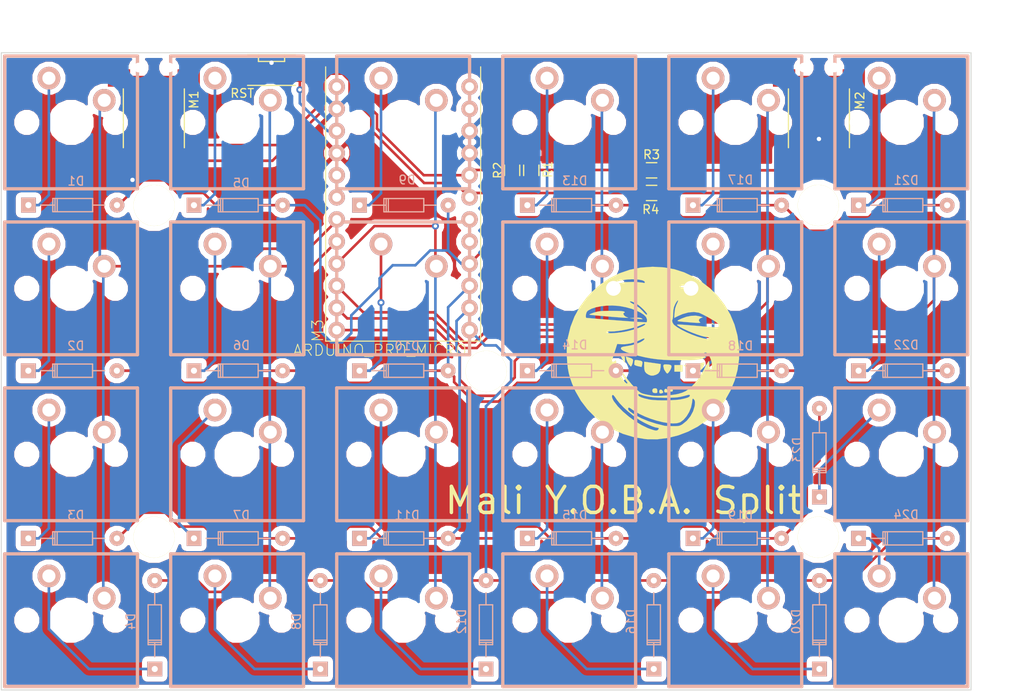
<source format=kicad_pcb>
(kicad_pcb (version 4) (host pcbnew 4.0.5)
  (layers (0 F.Cu jumper) (31 B.Cu power hide) (34 B.Paste user) (35 F.Paste user) (36 B.SilkS user) (37 F.SilkS user) (38 B.Mask user) (39 F.Mask user) (44 Edge.Cuts user))
  (net 0 "")
  (net 1 GND)
  (net 2 VCC)
  (net 3 row0)
  (net 4 "Net-(D1-Pad1)")
  (net 5 row1)
  (net 6 "Net-(D2-Pad1)")
  (net 7 row2)
  (net 8 "Net-(D3-Pad1)")
  (net 9 row3)
  (net 10 "Net-(D4-Pad1)")
  (net 11 "Net-(D5-Pad1)")
  (net 12 "Net-(D6-Pad1)")
  (net 13 "Net-(D7-Pad1)")
  (net 14 "Net-(D8-Pad1)")
  (net 15 "Net-(D9-Pad1)")
  (net 16 "Net-(D10-Pad1)")
  (net 17 "Net-(D11-Pad1)")
  (net 18 "Net-(D12-Pad1)")
  (net 19 "Net-(D13-Pad1)")
  (net 20 "Net-(D14-Pad1)")
  (net 21 "Net-(D15-Pad1)")
  (net 22 "Net-(D16-Pad1)")
  (net 23 "Net-(D17-Pad1)")
  (net 24 "Net-(D18-Pad1)")
  (net 25 "Net-(D19-Pad1)")
  (net 26 "Net-(D20-Pad1)")
  (net 27 "Net-(D21-Pad1)")
  (net 28 "Net-(D22-Pad1)")
  (net 29 "Net-(D23-Pad1)")
  (net 30 "Net-(D24-Pad1)")
  (net 31 sda)
  (net 32 scl)
  (net 33 col0)
  (net 34 col1)
  (net 35 col2)
  (net 36 col3)
  (net 37 col4)
  (net 38 col5)
  (net 39 "Net-(M3-Pad22)")
  (net 40 "Net-(M2-Pad2)")
  (net 41 "Net-(M2-Pad3)")
  (module "cherry mx:MX1A" (layer B.Cu) (at 171.15 127.15 180)
    (fp_text reference SW16 hide)
    (fp_text value SW_PUSH hide)
    (pad "" np_thru_hole circle (at 0 0 180) (size 3.98018 3.98018) (drill 3.98018) (layers *.Cu *.Mask))
    (pad 2 thru_hole circle (at 2.54 5.08 180) (size 2.6 2.6) (drill 1.5011) (layers *.Cu *.Mask B.SilkS) (net 22 "Net-(D16-Pad1)"))
    (pad 1 thru_hole circle (at -3.81 2.54 180) (size 2.6 2.6) (drill 1.5011) (layers *.Cu *.Mask B.SilkS) (net 36 col3))
    (pad "" np_thru_hole circle (at -5.08 0 180) (size 1.69926 1.69926) (drill 1.69926) (layers *.Cu *.Mask))
    (pad "" np_thru_hole circle (at 5.08 0 180) (size 1.69926 1.69926) (drill 1.69926) (layers *.Cu *.Mask))
  )
  (module yoba:ARDUINO_PRO_MICRO (layer B.Cu) (at 152.1 78.6 180)
    (fp_text reference M3 (at 9.8 -15.3 270) (layer F.SilkS) (effects (font (size 1.27 1.27) (thickness 0.1016))))
    (fp_text value ARDUINO_PRO_MICRO (at 2.67 -17.56 180) (layer F.SilkS) (effects (font (size 1.27 1.27) (thickness 0.1016))))
    (pad 1 thru_hole circle (at -7.62 12.7 180) (size 1.8796 1.8796) (drill 1.016) (layers *.Cu *.Mask B.Paste B.SilkS))
    (pad 2 thru_hole circle (at -7.62 10.16 180) (size 1.8796 1.8796) (drill 1.016) (layers *.Cu *.Mask B.Paste B.SilkS))
    (pad 3 thru_hole circle (at -7.62 7.62 180) (size 1.8796 1.8796) (drill 1.016) (layers *.Cu *.Mask B.Paste B.SilkS) (net 1 GND))
    (pad 4 thru_hole circle (at -7.62 5.08 180) (size 1.8796 1.8796) (drill 1.016) (layers *.Cu *.Mask B.Paste B.SilkS) (net 1 GND))
    (pad 5 thru_hole circle (at -7.62 2.54 180) (size 1.8796 1.8796) (drill 1.016) (layers *.Cu *.Mask B.Paste B.SilkS) (net 31 sda))
    (pad 6 thru_hole circle (at -7.62 0 180) (size 1.8796 1.8796) (drill 1.016) (layers *.Cu *.Mask B.Paste B.SilkS) (net 32 scl))
    (pad 7 thru_hole circle (at -7.62 -2.54 180) (size 1.8796 1.8796) (drill 1.016) (layers *.Cu *.Mask B.Paste B.SilkS))
    (pad 8 thru_hole circle (at -7.62 -5.08 180) (size 1.8796 1.8796) (drill 1.016) (layers *.Cu *.Mask B.Paste B.SilkS))
    (pad 9 thru_hole circle (at -7.62 -7.62 180) (size 1.8796 1.8796) (drill 1.016) (layers *.Cu *.Mask B.Paste B.SilkS) (net 3 row0))
    (pad 10 thru_hole circle (at -7.62 -10.16 180) (size 1.8796 1.8796) (drill 1.016) (layers *.Cu *.Mask B.Paste B.SilkS) (net 5 row1))
    (pad 11 thru_hole circle (at -7.62 -12.7 180) (size 1.8796 1.8796) (drill 1.016) (layers *.Cu *.Mask B.Paste B.SilkS) (net 7 row2))
    (pad 12 thru_hole circle (at -7.62 -15.24 180) (size 1.8796 1.8796) (drill 1.016) (layers *.Cu *.Mask B.Paste B.SilkS) (net 9 row3))
    (pad 13 thru_hole circle (at 7.62 -15.24 180) (size 1.8796 1.8796) (drill 1.016) (layers *.Cu *.Mask B.Paste B.SilkS) (net 38 col5))
    (pad 14 thru_hole circle (at 7.62 -12.7 180) (size 1.8796 1.8796) (drill 1.016) (layers *.Cu *.Mask B.Paste B.SilkS) (net 37 col4))
    (pad 15 thru_hole circle (at 7.62 -10.16 180) (size 1.8796 1.8796) (drill 1.016) (layers *.Cu *.Mask B.Paste B.SilkS) (net 36 col3))
    (pad 16 thru_hole circle (at 7.62 -7.62 180) (size 1.8796 1.8796) (drill 1.016) (layers *.Cu *.Mask B.Paste B.SilkS) (net 35 col2))
    (pad 17 thru_hole circle (at 7.62 -5.08 180) (size 1.8796 1.8796) (drill 1.016) (layers *.Cu *.Mask B.Paste B.SilkS) (net 34 col1))
    (pad 18 thru_hole circle (at 7.62 -2.54 180) (size 1.8796 1.8796) (drill 1.016) (layers *.Cu *.Mask B.Paste B.SilkS) (net 33 col0))
    (pad 19 thru_hole circle (at 7.62 0 180) (size 1.8796 1.8796) (drill 1.016) (layers *.Cu *.Mask B.Paste B.SilkS))
    (pad 20 thru_hole circle (at 7.62 2.54 180) (size 1.8796 1.8796) (drill 1.016) (layers *.Cu *.Mask B.Paste B.SilkS))
    (pad 21 thru_hole circle (at 7.62 5.08 180) (size 1.8796 1.8796) (drill 1.016) (layers *.Cu *.Mask B.Paste B.SilkS) (net 2 VCC))
    (pad 22 thru_hole circle (at 7.62 7.62 180) (size 1.8796 1.8796) (drill 1.016) (layers *.Cu *.Mask B.Paste B.SilkS) (net 39 "Net-(M3-Pad22)"))
    (pad 23 thru_hole circle (at 7.62 10.16 180) (size 1.8796 1.8796) (drill 1.016) (layers *.Cu *.Mask B.Paste B.SilkS) (net 1 GND))
    (pad 24 thru_hole circle (at 7.62 12.7 180) (size 1.8796 1.8796) (drill 1.016) (layers *.Cu *.Mask B.Paste B.SilkS))
  )
  (module yoba:TRRS-ebay (layer F.Cu) (at 199.8 67.4 270)
    (fp_text reference M2 (at 0.1 -4.7 270) (layer F.SilkS))
    (fp_text value AUDIO-JACK3 hide)
    (pad "" np_thru_hole circle (at -3.7 1.75 270) (size 1.1 1.1) (drill 1.1) (layers *.Cu *.Mask))
    (pad 4 smd rect (at -2.5 4 270) (size 2 2.55) (layers F.Cu F.Paste F.Mask) (net 2 VCC))
    (pad 1 smd rect (at 7 0 270) (size 2.6 2.5) (layers F.Cu F.Paste F.Mask) (net 1 GND))
    (pad 2 smd rect (at 7 -3.5 270) (size 2.6 2.5) (layers F.Cu F.Paste F.Mask) (net 40 "Net-(M2-Pad2)"))
    (pad 3 smd rect (at 7 3.5 270) (size 2.6 2.5) (layers F.Cu F.Paste F.Mask) (net 41 "Net-(M2-Pad3)"))
    (pad 4 smd rect (at -2.5 -4 270) (size 2 2.55) (layers F.Cu F.Paste F.Mask) (net 2 VCC))
    (pad "" np_thru_hole circle (at -3.7 -1.75 270) (size 1.1 1.1) (drill 1.1) (layers *.Cu *.Mask))
  )
  (module yoba:TRRS-ebay (layer F.Cu) (at 123.5 67.4 270)
    (fp_text reference M1 (at 0 -4.6 270) (layer F.SilkS))
    (fp_text value AUDIO-JACK3 hide)
    (pad "" np_thru_hole circle (at -3.7 1.75 270) (size 1.1 1.1) (drill 1.1) (layers *.Cu *.Mask))
    (pad 4 smd rect (at -2.5 4 270) (size 2 2.55) (layers F.Cu F.Paste F.Mask) (net 2 VCC))
    (pad 1 smd rect (at 7 0 270) (size 2.6 2.5) (layers F.Cu F.Paste F.Mask) (net 1 GND))
    (pad 2 smd rect (at 7 -3.5 270) (size 2.6 2.5) (layers F.Cu F.Paste F.Mask) (net 32 scl))
    (pad 3 smd rect (at 7 3.5 270) (size 2.6 2.5) (layers F.Cu F.Paste F.Mask) (net 31 sda))
    (pad 4 smd rect (at -2.5 -4 270) (size 2 2.55) (layers F.Cu F.Paste F.Mask) (net 2 VCC))
    (pad "" np_thru_hole circle (at -3.7 -1.75 270) (size 1.1 1.1) (drill 1.1) (layers *.Cu *.Mask))
  )
  (module "cherry mx:MX1A" (layer B.Cu) (at 190.2 70 180)
    (fp_text reference SW17 hide)
    (fp_text value SW_PUSH hide)
    (pad "" np_thru_hole circle (at 0 0 180) (size 3.98018 3.98018) (drill 3.98018) (layers *.Cu *.Mask))
    (pad 2 thru_hole circle (at 2.54 5.08 180) (size 2.6 2.6) (drill 1.5011) (layers *.Cu *.Mask B.SilkS) (net 23 "Net-(D17-Pad1)"))
    (pad 1 thru_hole circle (at -3.81 2.54 180) (size 2.6 2.6) (drill 1.5011) (layers *.Cu *.Mask B.SilkS) (net 37 col4))
    (pad "" np_thru_hole circle (at -5.08 0 180) (size 1.69926 1.69926) (drill 1.69926) (layers *.Cu *.Mask))
    (pad "" np_thru_hole circle (at 5.08 0 180) (size 1.69926 1.69926) (drill 1.69926) (layers *.Cu *.Mask))
  )
  (module "cherry mx:MX1A" (layer B.Cu) (at 190.2 108.1 180)
    (fp_text reference SW19 hide)
    (fp_text value SW_PUSH hide)
    (pad "" np_thru_hole circle (at 0 0 180) (size 3.98018 3.98018) (drill 3.98018) (layers *.Cu *.Mask))
    (pad 2 thru_hole circle (at 2.54 5.08 180) (size 2.6 2.6) (drill 1.5011) (layers *.Cu *.Mask B.SilkS) (net 25 "Net-(D19-Pad1)"))
    (pad 1 thru_hole circle (at -3.81 2.54 180) (size 2.6 2.6) (drill 1.5011) (layers *.Cu *.Mask B.SilkS) (net 37 col4))
    (pad "" np_thru_hole circle (at -5.08 0 180) (size 1.69926 1.69926) (drill 1.69926) (layers *.Cu *.Mask))
    (pad "" np_thru_hole circle (at 5.08 0 180) (size 1.69926 1.69926) (drill 1.69926) (layers *.Cu *.Mask))
  )
  (module "cherry mx:MX1A" (layer B.Cu) (at 171.15 108.1 180)
    (fp_text reference SW15 hide)
    (fp_text value SW_PUSH hide)
    (pad "" np_thru_hole circle (at 0 0 180) (size 3.98018 3.98018) (drill 3.98018) (layers *.Cu *.Mask))
    (pad 2 thru_hole circle (at 2.54 5.08 180) (size 2.6 2.6) (drill 1.5011) (layers *.Cu *.Mask B.SilkS) (net 21 "Net-(D15-Pad1)"))
    (pad 1 thru_hole circle (at -3.81 2.54 180) (size 2.6 2.6) (drill 1.5011) (layers *.Cu *.Mask B.SilkS) (net 36 col3))
    (pad "" np_thru_hole circle (at -5.08 0 180) (size 1.69926 1.69926) (drill 1.69926) (layers *.Cu *.Mask))
    (pad "" np_thru_hole circle (at 5.08 0 180) (size 1.69926 1.69926) (drill 1.69926) (layers *.Cu *.Mask))
  )
  (module Connect:1pin (layer F.Cu) (at 161.625 98.575)
    (fp_text reference REF** hide)
    (fp_text value 1pin hide)
    (pad "" np_thru_hole circle (at 0 0) (size 4.7 4.7) (drill 4.7) (layers *.Cu *.Mask))
  )
  (module Connect:1pin (layer F.Cu) (at 199.725 79.525)
    (fp_text reference REF** hide)
    (fp_text value 1pin hide)
    (pad "" np_thru_hole circle (at 0 0) (size 4.7 4.7) (drill 4.7) (layers *.Cu *.Mask))
  )
  (module Connect:1pin (layer F.Cu) (at 199.725 117.625)
    (fp_text reference REF** hide)
    (fp_text value 1pin hide)
    (pad "" np_thru_hole circle (at 0 0) (size 4.7 4.7) (drill 4.7) (layers *.Cu *.Mask))
  )
  (module Connect:1pin (layer F.Cu) (at 123.525 117.625)
    (fp_text reference REF** hide)
    (fp_text value 1pin hide)
    (pad "" np_thru_hole circle (at 0 0) (size 4.7 4.7) (drill 4.7) (layers *.Cu *.Mask))
  )
  (module Connect:1pin (layer F.Cu) (at 123.525 79.525)
    (fp_text reference REF** hide)
    (fp_text value 1pin hide)
    (pad "" np_thru_hole circle (at 0 0) (size 4.7 4.7) (drill 4.7) (layers *.Cu *.Mask))
  )
  (module Resistors_SMD:R_0805_HandSoldering (layer F.Cu) (at 166.8 75.5 270)
    (fp_text reference R1 (at -0.1 -1.9 270) (layer F.SilkS))
    (fp_text value 2k)
    (pad 1 smd rect (at -1.35 0 270) (size 1.5 1.3) (layers F.Cu F.Paste F.Mask) (net 2 VCC))
    (pad 2 smd rect (at 1.35 0 270) (size 1.5 1.3) (layers F.Cu F.Paste F.Mask) (net 32 scl))
  )
  (module Resistors_SMD:R_0805_HandSoldering (layer F.Cu) (at 164.6 75.5 270)
    (fp_text reference R2 (at 0 1.6 450) (layer F.SilkS))
    (fp_text value 2k)
    (pad 1 smd rect (at -1.35 0 270) (size 1.5 1.3) (layers F.Cu F.Paste F.Mask) (net 2 VCC))
    (pad 2 smd rect (at 1.35 0 270) (size 1.5 1.3) (layers F.Cu F.Paste F.Mask) (net 31 sda))
  )
  (module "cherry mx:MX1A" (layer B.Cu) (at 114 70 180)
    (fp_text reference SW1 hide)
    (fp_text value SW_PUSH hide)
    (pad "" np_thru_hole circle (at 0 0 180) (size 3.98018 3.98018) (drill 3.98018) (layers *.Cu *.Mask))
    (pad 2 thru_hole circle (at 2.54 5.08 180) (size 2.6 2.6) (drill 1.5011) (layers *.Cu *.Mask B.SilkS) (net 4 "Net-(D1-Pad1)"))
    (pad 1 thru_hole circle (at -3.81 2.54 180) (size 2.6 2.6) (drill 1.5011) (layers *.Cu *.Mask B.SilkS) (net 33 col0))
    (pad "" np_thru_hole circle (at -5.08 0 180) (size 1.69926 1.69926) (drill 1.69926) (layers *.Cu *.Mask))
    (pad "" np_thru_hole circle (at 5.08 0 180) (size 1.69926 1.69926) (drill 1.69926) (layers *.Cu *.Mask))
  )
  (module "cherry mx:MX1A" (layer B.Cu) (at 133.05 70 180)
    (fp_text reference SW5 hide)
    (fp_text value SW_PUSH hide)
    (pad "" np_thru_hole circle (at 0 0 180) (size 3.98018 3.98018) (drill 3.98018) (layers *.Cu *.Mask))
    (pad 2 thru_hole circle (at 2.54 5.08 180) (size 2.6 2.6) (drill 1.5011) (layers *.Cu *.Mask B.SilkS) (net 11 "Net-(D5-Pad1)"))
    (pad 1 thru_hole circle (at -3.81 2.54 180) (size 2.6 2.6) (drill 1.5011) (layers *.Cu *.Mask B.SilkS) (net 34 col1))
    (pad "" np_thru_hole circle (at -5.08 0 180) (size 1.69926 1.69926) (drill 1.69926) (layers *.Cu *.Mask))
    (pad "" np_thru_hole circle (at 5.08 0 180) (size 1.69926 1.69926) (drill 1.69926) (layers *.Cu *.Mask))
  )
  (module "cherry mx:MX1A" (layer B.Cu) (at 114 89.05 180)
    (fp_text reference SW2 hide)
    (fp_text value SW_PUSH hide)
    (pad "" np_thru_hole circle (at 0 0 180) (size 3.98018 3.98018) (drill 3.98018) (layers *.Cu *.Mask))
    (pad 2 thru_hole circle (at 2.54 5.08 180) (size 2.6 2.6) (drill 1.5011) (layers *.Cu *.Mask B.SilkS) (net 6 "Net-(D2-Pad1)"))
    (pad 1 thru_hole circle (at -3.81 2.54 180) (size 2.6 2.6) (drill 1.5011) (layers *.Cu *.Mask B.SilkS) (net 33 col0))
    (pad "" np_thru_hole circle (at -5.08 0 180) (size 1.69926 1.69926) (drill 1.69926) (layers *.Cu *.Mask))
    (pad "" np_thru_hole circle (at 5.08 0 180) (size 1.69926 1.69926) (drill 1.69926) (layers *.Cu *.Mask))
  )
  (module "cherry mx:MX1A" (layer B.Cu) (at 114 108.1 180)
    (fp_text reference SW3 hide)
    (fp_text value SW_PUSH hide)
    (pad "" np_thru_hole circle (at 0 0 180) (size 3.98018 3.98018) (drill 3.98018) (layers *.Cu *.Mask))
    (pad 2 thru_hole circle (at 2.54 5.08 180) (size 2.6 2.6) (drill 1.5011) (layers *.Cu *.Mask B.SilkS) (net 8 "Net-(D3-Pad1)"))
    (pad 1 thru_hole circle (at -3.81 2.54 180) (size 2.6 2.6) (drill 1.5011) (layers *.Cu *.Mask B.SilkS) (net 33 col0))
    (pad "" np_thru_hole circle (at -5.08 0 180) (size 1.69926 1.69926) (drill 1.69926) (layers *.Cu *.Mask))
    (pad "" np_thru_hole circle (at 5.08 0 180) (size 1.69926 1.69926) (drill 1.69926) (layers *.Cu *.Mask))
  )
  (module "cherry mx:MX1A" (layer B.Cu) (at 133.05 89.05 180)
    (fp_text reference SW6 hide)
    (fp_text value SW_PUSH hide)
    (pad "" np_thru_hole circle (at 0 0 180) (size 3.98018 3.98018) (drill 3.98018) (layers *.Cu *.Mask))
    (pad 2 thru_hole circle (at 2.54 5.08 180) (size 2.6 2.6) (drill 1.5011) (layers *.Cu *.Mask B.SilkS) (net 12 "Net-(D6-Pad1)"))
    (pad 1 thru_hole circle (at -3.81 2.54 180) (size 2.6 2.6) (drill 1.5011) (layers *.Cu *.Mask B.SilkS) (net 34 col1))
    (pad "" np_thru_hole circle (at -5.08 0 180) (size 1.69926 1.69926) (drill 1.69926) (layers *.Cu *.Mask))
    (pad "" np_thru_hole circle (at 5.08 0 180) (size 1.69926 1.69926) (drill 1.69926) (layers *.Cu *.Mask))
  )
  (module "cherry mx:MX1A" (layer B.Cu) (at 133.05 108.1 180)
    (fp_text reference SW7 hide)
    (fp_text value SW_PUSH hide)
    (pad "" np_thru_hole circle (at 0 0 180) (size 3.98018 3.98018) (drill 3.98018) (layers *.Cu *.Mask))
    (pad 2 thru_hole circle (at 2.54 5.08 180) (size 2.6 2.6) (drill 1.5011) (layers *.Cu *.Mask B.SilkS) (net 13 "Net-(D7-Pad1)"))
    (pad 1 thru_hole circle (at -3.81 2.54 180) (size 2.6 2.6) (drill 1.5011) (layers *.Cu *.Mask B.SilkS) (net 34 col1))
    (pad "" np_thru_hole circle (at -5.08 0 180) (size 1.69926 1.69926) (drill 1.69926) (layers *.Cu *.Mask))
    (pad "" np_thru_hole circle (at 5.08 0 180) (size 1.69926 1.69926) (drill 1.69926) (layers *.Cu *.Mask))
  )
  (module "cherry mx:MX1A" (layer B.Cu) (at 152.1 108.1 180)
    (fp_text reference SW11 hide)
    (fp_text value SW_PUSH hide)
    (pad "" np_thru_hole circle (at 0 0 180) (size 3.98018 3.98018) (drill 3.98018) (layers *.Cu *.Mask))
    (pad 2 thru_hole circle (at 2.54 5.08 180) (size 2.6 2.6) (drill 1.5011) (layers *.Cu *.Mask B.SilkS) (net 17 "Net-(D11-Pad1)"))
    (pad 1 thru_hole circle (at -3.81 2.54 180) (size 2.6 2.6) (drill 1.5011) (layers *.Cu *.Mask B.SilkS) (net 35 col2))
    (pad "" np_thru_hole circle (at -5.08 0 180) (size 1.69926 1.69926) (drill 1.69926) (layers *.Cu *.Mask))
    (pad "" np_thru_hole circle (at 5.08 0 180) (size 1.69926 1.69926) (drill 1.69926) (layers *.Cu *.Mask))
  )
  (module "cherry mx:MX1A" (layer B.Cu) (at 209.25 70 180)
    (fp_text reference SW21 hide)
    (fp_text value SW_PUSH hide)
    (pad "" np_thru_hole circle (at 0 0 180) (size 3.98018 3.98018) (drill 3.98018) (layers *.Cu *.Mask))
    (pad 2 thru_hole circle (at 2.54 5.08 180) (size 2.6 2.6) (drill 1.5011) (layers *.Cu *.Mask B.SilkS) (net 27 "Net-(D21-Pad1)"))
    (pad 1 thru_hole circle (at -3.81 2.54 180) (size 2.6 2.6) (drill 1.5011) (layers *.Cu *.Mask B.SilkS) (net 38 col5))
    (pad "" np_thru_hole circle (at -5.08 0 180) (size 1.69926 1.69926) (drill 1.69926) (layers *.Cu *.Mask))
    (pad "" np_thru_hole circle (at 5.08 0 180) (size 1.69926 1.69926) (drill 1.69926) (layers *.Cu *.Mask))
  )
  (module "cherry mx:MX1A" (layer B.Cu) (at 152.1 70 180)
    (fp_text reference SW9 hide)
    (fp_text value SW_PUSH hide)
    (pad "" np_thru_hole circle (at 0 0 180) (size 3.98018 3.98018) (drill 3.98018) (layers *.Cu *.Mask))
    (pad 2 thru_hole circle (at 2.54 5.08 180) (size 2.6 2.6) (drill 1.5011) (layers *.Cu *.Mask B.SilkS) (net 15 "Net-(D9-Pad1)"))
    (pad 1 thru_hole circle (at -3.81 2.54 180) (size 2.6 2.6) (drill 1.5011) (layers *.Cu *.Mask B.SilkS) (net 35 col2))
    (pad "" np_thru_hole circle (at -5.08 0 180) (size 1.69926 1.69926) (drill 1.69926) (layers *.Cu *.Mask))
    (pad "" np_thru_hole circle (at 5.08 0 180) (size 1.69926 1.69926) (drill 1.69926) (layers *.Cu *.Mask))
  )
  (module "cherry mx:MX1A" (layer B.Cu) (at 171.15 70 180)
    (fp_text reference SW13 hide)
    (fp_text value SW_PUSH hide)
    (pad "" np_thru_hole circle (at 0 0 180) (size 3.98018 3.98018) (drill 3.98018) (layers *.Cu *.Mask))
    (pad 2 thru_hole circle (at 2.54 5.08 180) (size 2.6 2.6) (drill 1.5011) (layers *.Cu *.Mask B.SilkS) (net 19 "Net-(D13-Pad1)"))
    (pad 1 thru_hole circle (at -3.81 2.54 180) (size 2.6 2.6) (drill 1.5011) (layers *.Cu *.Mask B.SilkS) (net 36 col3))
    (pad "" np_thru_hole circle (at -5.08 0 180) (size 1.69926 1.69926) (drill 1.69926) (layers *.Cu *.Mask))
    (pad "" np_thru_hole circle (at 5.08 0 180) (size 1.69926 1.69926) (drill 1.69926) (layers *.Cu *.Mask))
  )
  (module "cherry mx:MX1A" (layer B.Cu) (at 171.15 89.05 180)
    (fp_text reference SW14 hide)
    (fp_text value SW_PUSH hide)
    (pad "" np_thru_hole circle (at 0 0 180) (size 3.98018 3.98018) (drill 3.98018) (layers *.Cu *.Mask))
    (pad 2 thru_hole circle (at 2.54 5.08 180) (size 2.6 2.6) (drill 1.5011) (layers *.Cu *.Mask B.SilkS) (net 20 "Net-(D14-Pad1)"))
    (pad 1 thru_hole circle (at -3.81 2.54 180) (size 2.6 2.6) (drill 1.5011) (layers *.Cu *.Mask B.SilkS) (net 36 col3))
    (pad "" np_thru_hole circle (at -5.08 0 180) (size 1.69926 1.69926) (drill 1.69926) (layers *.Cu *.Mask))
    (pad "" np_thru_hole circle (at 5.08 0 180) (size 1.69926 1.69926) (drill 1.69926) (layers *.Cu *.Mask))
  )
  (module "cherry mx:MX1A" (layer B.Cu) (at 209.25 89.05 180)
    (fp_text reference SW22 hide)
    (fp_text value SW_PUSH hide)
    (pad "" np_thru_hole circle (at 0 0 180) (size 3.98018 3.98018) (drill 3.98018) (layers *.Cu *.Mask))
    (pad 2 thru_hole circle (at 2.54 5.08 180) (size 2.6 2.6) (drill 1.5011) (layers *.Cu *.Mask B.SilkS) (net 28 "Net-(D22-Pad1)"))
    (pad 1 thru_hole circle (at -3.81 2.54 180) (size 2.6 2.6) (drill 1.5011) (layers *.Cu *.Mask B.SilkS) (net 38 col5))
    (pad "" np_thru_hole circle (at -5.08 0 180) (size 1.69926 1.69926) (drill 1.69926) (layers *.Cu *.Mask))
    (pad "" np_thru_hole circle (at 5.08 0 180) (size 1.69926 1.69926) (drill 1.69926) (layers *.Cu *.Mask))
  )
  (module "cherry mx:MX1A" (layer B.Cu) (at 190.2 89.05 180)
    (fp_text reference SW18 hide)
    (fp_text value SW_PUSH hide)
    (pad "" np_thru_hole circle (at 0 0 180) (size 3.98018 3.98018) (drill 3.98018) (layers *.Cu *.Mask))
    (pad 2 thru_hole circle (at 2.54 5.08 180) (size 2.6 2.6) (drill 1.5011) (layers *.Cu *.Mask B.SilkS) (net 24 "Net-(D18-Pad1)"))
    (pad 1 thru_hole circle (at -3.81 2.54 180) (size 2.6 2.6) (drill 1.5011) (layers *.Cu *.Mask B.SilkS) (net 37 col4))
    (pad "" np_thru_hole circle (at -5.08 0 180) (size 1.69926 1.69926) (drill 1.69926) (layers *.Cu *.Mask))
    (pad "" np_thru_hole circle (at 5.08 0 180) (size 1.69926 1.69926) (drill 1.69926) (layers *.Cu *.Mask))
  )
  (module "cherry mx:MX1A" (layer B.Cu) (at 209.25 108.1 180)
    (fp_text reference SW23 hide)
    (fp_text value SW_PUSH hide)
    (pad "" np_thru_hole circle (at 0 0 180) (size 3.98018 3.98018) (drill 3.98018) (layers *.Cu *.Mask))
    (pad 2 thru_hole circle (at 2.54 5.08 180) (size 2.6 2.6) (drill 1.5011) (layers *.Cu *.Mask B.SilkS) (net 29 "Net-(D23-Pad1)"))
    (pad 1 thru_hole circle (at -3.81 2.54 180) (size 2.6 2.6) (drill 1.5011) (layers *.Cu *.Mask B.SilkS) (net 38 col5))
    (pad "" np_thru_hole circle (at -5.08 0 180) (size 1.69926 1.69926) (drill 1.69926) (layers *.Cu *.Mask))
    (pad "" np_thru_hole circle (at 5.08 0 180) (size 1.69926 1.69926) (drill 1.69926) (layers *.Cu *.Mask))
  )
  (module "cherry mx:MX1A" (layer B.Cu) (at 114 127.15 180)
    (fp_text reference SW4 hide)
    (fp_text value SW_PUSH hide)
    (pad "" np_thru_hole circle (at 0 0 180) (size 3.98018 3.98018) (drill 3.98018) (layers *.Cu *.Mask))
    (pad 2 thru_hole circle (at 2.54 5.08 180) (size 2.6 2.6) (drill 1.5011) (layers *.Cu *.Mask B.SilkS) (net 10 "Net-(D4-Pad1)"))
    (pad 1 thru_hole circle (at -3.81 2.54 180) (size 2.6 2.6) (drill 1.5011) (layers *.Cu *.Mask B.SilkS) (net 33 col0))
    (pad "" np_thru_hole circle (at -5.08 0 180) (size 1.69926 1.69926) (drill 1.69926) (layers *.Cu *.Mask))
    (pad "" np_thru_hole circle (at 5.08 0 180) (size 1.69926 1.69926) (drill 1.69926) (layers *.Cu *.Mask))
  )
  (module "cherry mx:MX1A" (layer B.Cu) (at 133.05 127.15 180)
    (fp_text reference SW8 hide)
    (fp_text value SW_PUSH hide)
    (pad "" np_thru_hole circle (at 0 0 180) (size 3.98018 3.98018) (drill 3.98018) (layers *.Cu *.Mask))
    (pad 2 thru_hole circle (at 2.54 5.08 180) (size 2.6 2.6) (drill 1.5011) (layers *.Cu *.Mask B.SilkS) (net 14 "Net-(D8-Pad1)"))
    (pad 1 thru_hole circle (at -3.81 2.54 180) (size 2.6 2.6) (drill 1.5011) (layers *.Cu *.Mask B.SilkS) (net 34 col1))
    (pad "" np_thru_hole circle (at -5.08 0 180) (size 1.69926 1.69926) (drill 1.69926) (layers *.Cu *.Mask))
    (pad "" np_thru_hole circle (at 5.08 0 180) (size 1.69926 1.69926) (drill 1.69926) (layers *.Cu *.Mask))
  )
  (module "cherry mx:MX1A" (layer B.Cu) (at 152.1 127.15 180)
    (fp_text reference SW12 hide)
    (fp_text value SW_PUSH hide)
    (pad "" np_thru_hole circle (at 0 0 180) (size 3.98018 3.98018) (drill 3.98018) (layers *.Cu *.Mask))
    (pad 2 thru_hole circle (at 2.54 5.08 180) (size 2.6 2.6) (drill 1.5011) (layers *.Cu *.Mask B.SilkS) (net 18 "Net-(D12-Pad1)"))
    (pad 1 thru_hole circle (at -3.81 2.54 180) (size 2.6 2.6) (drill 1.5011) (layers *.Cu *.Mask B.SilkS) (net 35 col2))
    (pad "" np_thru_hole circle (at -5.08 0 180) (size 1.69926 1.69926) (drill 1.69926) (layers *.Cu *.Mask))
    (pad "" np_thru_hole circle (at 5.08 0 180) (size 1.69926 1.69926) (drill 1.69926) (layers *.Cu *.Mask))
  )
  (module "cherry mx:MX1A" (layer B.Cu) (at 190.2 127.15 180)
    (fp_text reference SW20 hide)
    (fp_text value SW_PUSH hide)
    (pad "" np_thru_hole circle (at 0 0 180) (size 3.98018 3.98018) (drill 3.98018) (layers *.Cu *.Mask))
    (pad 2 thru_hole circle (at 2.54 5.08 180) (size 2.6 2.6) (drill 1.5011) (layers *.Cu *.Mask B.SilkS) (net 26 "Net-(D20-Pad1)"))
    (pad 1 thru_hole circle (at -3.81 2.54 180) (size 2.6 2.6) (drill 1.5011) (layers *.Cu *.Mask B.SilkS) (net 37 col4))
    (pad "" np_thru_hole circle (at -5.08 0 180) (size 1.69926 1.69926) (drill 1.69926) (layers *.Cu *.Mask))
    (pad "" np_thru_hole circle (at 5.08 0 180) (size 1.69926 1.69926) (drill 1.69926) (layers *.Cu *.Mask))
  )
  (module "cherry mx:MX1A" (layer B.Cu) (at 209.25 127.15 180)
    (fp_text reference SW24 hide)
    (fp_text value SW_PUSH hide)
    (pad "" np_thru_hole circle (at 0 0 180) (size 3.98018 3.98018) (drill 3.98018) (layers *.Cu *.Mask))
    (pad 2 thru_hole circle (at 2.54 5.08 180) (size 2.6 2.6) (drill 1.5011) (layers *.Cu *.Mask B.SilkS) (net 30 "Net-(D24-Pad1)"))
    (pad 1 thru_hole circle (at -3.81 2.54 180) (size 2.6 2.6) (drill 1.5011) (layers *.Cu *.Mask B.SilkS) (net 38 col5))
    (pad "" np_thru_hole circle (at -5.08 0 180) (size 1.69926 1.69926) (drill 1.69926) (layers *.Cu *.Mask))
    (pad "" np_thru_hole circle (at 5.08 0 180) (size 1.69926 1.69926) (drill 1.69926) (layers *.Cu *.Mask))
  )
  (module "cherry mx:MX1A" (layer B.Cu) (at 152.1 89.05 180)
    (fp_text reference SW10 hide)
    (fp_text value SW_PUSH hide)
    (pad "" np_thru_hole circle (at 0 0 180) (size 3.98018 3.98018) (drill 3.98018) (layers *.Cu *.Mask))
    (pad 2 thru_hole circle (at 2.54 5.08 180) (size 2.6 2.6) (drill 1.5011) (layers *.Cu *.Mask B.SilkS) (net 16 "Net-(D10-Pad1)"))
    (pad 1 thru_hole circle (at -3.81 2.54 180) (size 2.6 2.6) (drill 1.5011) (layers *.Cu *.Mask B.SilkS) (net 35 col2))
    (pad "" np_thru_hole circle (at -5.08 0 180) (size 1.69926 1.69926) (drill 1.69926) (layers *.Cu *.Mask))
    (pad "" np_thru_hole circle (at 5.08 0 180) (size 1.69926 1.69926) (drill 1.69926) (layers *.Cu *.Mask))
  )
  (module Diodes_ThroughHole:Diode_DO-35_SOD27_Horizontal_RM10 (layer B.Cu) (at 109.11 79.49)
    (fp_text reference D1 (at 5.45 -2.75) (layer B.SilkS) (effects (justify mirror)))
    (fp_text value D hide)
    (pad 2 thru_hole circle (at 10.16052 0.00254 180) (size 1.69926 1.69926) (drill 0.70104) (layers *.Cu *.Mask B.SilkS) (net 3 row0))
    (pad 1 thru_hole rect (at 0.00052 0.00254 180) (size 1.69926 1.69926) (drill 0.70104) (layers *.Cu *.Mask B.SilkS) (net 4 "Net-(D1-Pad1)"))
  )
  (module Diodes_ThroughHole:Diode_DO-35_SOD27_Horizontal_RM10 (layer B.Cu) (at 109.1 98.5)
    (fp_text reference D2 (at 5.45 -2.85) (layer B.SilkS) (effects (justify mirror)))
    (fp_text value D hide)
    (pad 2 thru_hole circle (at 10.16052 0.00254 180) (size 1.69926 1.69926) (drill 0.70104) (layers *.Cu *.Mask B.SilkS) (net 5 row1))
    (pad 1 thru_hole rect (at 0.00052 0.00254 180) (size 1.69926 1.69926) (drill 0.70104) (layers *.Cu *.Mask B.SilkS) (net 6 "Net-(D2-Pad1)"))
  )
  (module Diodes_ThroughHole:Diode_DO-35_SOD27_Horizontal_RM10 (layer B.Cu) (at 109.1 117.75)
    (fp_text reference D3 (at 5.45 -2.65) (layer B.SilkS) (effects (justify mirror)))
    (fp_text value D hide)
    (pad 2 thru_hole circle (at 10.16052 0.00254 180) (size 1.69926 1.69926) (drill 0.70104) (layers *.Cu *.Mask B.SilkS) (net 7 row2))
    (pad 1 thru_hole rect (at 0.00052 0.00254 180) (size 1.69926 1.69926) (drill 0.70104) (layers *.Cu *.Mask B.SilkS) (net 8 "Net-(D3-Pad1)"))
  )
  (module Diodes_ThroughHole:Diode_DO-35_SOD27_Horizontal_RM10 (layer B.Cu) (at 123.6 132.75 90)
    (fp_text reference D4 (at 5.45 -2.75 90) (layer B.SilkS) (effects (justify mirror)))
    (fp_text value D hide)
    (pad 2 thru_hole circle (at 10.16052 0.00254 270) (size 1.69926 1.69926) (drill 0.70104) (layers *.Cu *.Mask B.SilkS) (net 9 row3))
    (pad 1 thru_hole rect (at 0.00052 0.00254 270) (size 1.69926 1.69926) (drill 0.70104) (layers *.Cu *.Mask B.SilkS) (net 10 "Net-(D4-Pad1)"))
  )
  (module Diodes_ThroughHole:Diode_DO-35_SOD27_Horizontal_RM10 (layer B.Cu) (at 128.1 79.5)
    (fp_text reference D5 (at 5.43052 -2.53746) (layer B.SilkS) (effects (justify mirror)))
    (fp_text value D hide)
    (pad 2 thru_hole circle (at 10.16052 0.00254 180) (size 1.69926 1.69926) (drill 0.70104) (layers *.Cu *.Mask B.SilkS) (net 3 row0))
    (pad 1 thru_hole rect (at 0.00052 0.00254 180) (size 1.69926 1.69926) (drill 0.70104) (layers *.Cu *.Mask B.SilkS) (net 11 "Net-(D5-Pad1)"))
  )
  (module Diodes_ThroughHole:Diode_DO-35_SOD27_Horizontal_RM10 (layer B.Cu) (at 128.1 98.5)
    (fp_text reference D6 (at 5.45 -2.9) (layer B.SilkS) (effects (justify mirror)))
    (fp_text value D hide)
    (pad 2 thru_hole circle (at 10.16052 0.00254 180) (size 1.69926 1.69926) (drill 0.70104) (layers *.Cu *.Mask B.SilkS) (net 5 row1))
    (pad 1 thru_hole rect (at 0.00052 0.00254 180) (size 1.69926 1.69926) (drill 0.70104) (layers *.Cu *.Mask B.SilkS) (net 12 "Net-(D6-Pad1)"))
  )
  (module Diodes_ThroughHole:Diode_DO-35_SOD27_Horizontal_RM10 (layer B.Cu) (at 128.1 117.75)
    (fp_text reference D7 (at 5.45 -2.65) (layer B.SilkS) (effects (justify mirror)))
    (fp_text value D hide)
    (pad 2 thru_hole circle (at 10.16052 0.00254 180) (size 1.69926 1.69926) (drill 0.70104) (layers *.Cu *.Mask B.SilkS) (net 7 row2))
    (pad 1 thru_hole rect (at 0.00052 0.00254 180) (size 1.69926 1.69926) (drill 0.70104) (layers *.Cu *.Mask B.SilkS) (net 13 "Net-(D7-Pad1)"))
  )
  (module Diodes_ThroughHole:Diode_DO-35_SOD27_Horizontal_RM10 (layer B.Cu) (at 142.6 132.75 90)
    (fp_text reference D8 (at 5.45 -2.75 90) (layer B.SilkS) (effects (justify mirror)))
    (fp_text value D hide)
    (pad 2 thru_hole circle (at 10.16052 0.00254 270) (size 1.69926 1.69926) (drill 0.70104) (layers *.Cu *.Mask B.SilkS) (net 9 row3))
    (pad 1 thru_hole rect (at 0.00052 0.00254 270) (size 1.69926 1.69926) (drill 0.70104) (layers *.Cu *.Mask B.SilkS) (net 14 "Net-(D8-Pad1)"))
  )
  (module Diodes_ThroughHole:Diode_DO-35_SOD27_Horizontal_RM10 (layer B.Cu) (at 147.1 79.5)
    (fp_text reference D9 (at 5.45 -2.9) (layer B.SilkS) (effects (justify mirror)))
    (fp_text value D hide)
    (pad 2 thru_hole circle (at 10.16052 0.00254 180) (size 1.69926 1.69926) (drill 0.70104) (layers *.Cu *.Mask B.SilkS) (net 3 row0))
    (pad 1 thru_hole rect (at 0.00052 0.00254 180) (size 1.69926 1.69926) (drill 0.70104) (layers *.Cu *.Mask B.SilkS) (net 15 "Net-(D9-Pad1)"))
  )
  (module Diodes_ThroughHole:Diode_DO-35_SOD27_Horizontal_RM10 (layer B.Cu) (at 147.1 98.5)
    (fp_text reference D10 (at 5.45 -2.85) (layer B.SilkS) (effects (justify mirror)))
    (fp_text value D hide)
    (pad 2 thru_hole circle (at 10.16052 0.00254 180) (size 1.69926 1.69926) (drill 0.70104) (layers *.Cu *.Mask B.SilkS) (net 5 row1))
    (pad 1 thru_hole rect (at 0.00052 0.00254 180) (size 1.69926 1.69926) (drill 0.70104) (layers *.Cu *.Mask B.SilkS) (net 16 "Net-(D10-Pad1)"))
  )
  (module Diodes_ThroughHole:Diode_DO-35_SOD27_Horizontal_RM10 (layer B.Cu) (at 147.1 117.75)
    (fp_text reference D11 (at 5.45 -2.65) (layer B.SilkS) (effects (justify mirror)))
    (fp_text value D hide)
    (pad 2 thru_hole circle (at 10.16052 0.00254 180) (size 1.69926 1.69926) (drill 0.70104) (layers *.Cu *.Mask B.SilkS) (net 7 row2))
    (pad 1 thru_hole rect (at 0.00052 0.00254 180) (size 1.69926 1.69926) (drill 0.70104) (layers *.Cu *.Mask B.SilkS) (net 17 "Net-(D11-Pad1)"))
  )
  (module Diodes_ThroughHole:Diode_DO-35_SOD27_Horizontal_RM10 (layer B.Cu) (at 161.6 132.75 90)
    (fp_text reference D12 (at 5.45 -2.8 90) (layer B.SilkS) (effects (justify mirror)))
    (fp_text value D hide)
    (pad 2 thru_hole circle (at 10.16052 0.00254 270) (size 1.69926 1.69926) (drill 0.70104) (layers *.Cu *.Mask B.SilkS) (net 9 row3))
    (pad 1 thru_hole rect (at 0.00052 0.00254 270) (size 1.69926 1.69926) (drill 0.70104) (layers *.Cu *.Mask B.SilkS) (net 18 "Net-(D12-Pad1)"))
  )
  (module Diodes_ThroughHole:Diode_DO-35_SOD27_Horizontal_RM10 (layer B.Cu) (at 166.35 79.5)
    (fp_text reference D13 (at 5.45 -2.8) (layer B.SilkS) (effects (justify mirror)))
    (fp_text value D hide)
    (pad 2 thru_hole circle (at 10.16052 0.00254 180) (size 1.69926 1.69926) (drill 0.70104) (layers *.Cu *.Mask B.SilkS) (net 3 row0))
    (pad 1 thru_hole rect (at 0.00052 0.00254 180) (size 1.69926 1.69926) (drill 0.70104) (layers *.Cu *.Mask B.SilkS) (net 19 "Net-(D13-Pad1)"))
  )
  (module Diodes_ThroughHole:Diode_DO-35_SOD27_Horizontal_RM10 (layer B.Cu) (at 166.35 98.5)
    (fp_text reference D14 (at 5.45 -2.95) (layer B.SilkS) (effects (justify mirror)))
    (fp_text value D hide)
    (pad 2 thru_hole circle (at 10.16052 0.00254 180) (size 1.69926 1.69926) (drill 0.70104) (layers *.Cu *.Mask B.SilkS) (net 5 row1))
    (pad 1 thru_hole rect (at 0.00052 0.00254 180) (size 1.69926 1.69926) (drill 0.70104) (layers *.Cu *.Mask B.SilkS) (net 20 "Net-(D14-Pad1)"))
  )
  (module Diodes_ThroughHole:Diode_DO-35_SOD27_Horizontal_RM10 (layer B.Cu) (at 166.35 117.75)
    (fp_text reference D15 (at 5.45 -2.65) (layer B.SilkS) (effects (justify mirror)))
    (fp_text value D hide)
    (pad 2 thru_hole circle (at 10.16052 0.00254 180) (size 1.69926 1.69926) (drill 0.70104) (layers *.Cu *.Mask B.SilkS) (net 7 row2))
    (pad 1 thru_hole rect (at 0.00052 0.00254 180) (size 1.69926 1.69926) (drill 0.70104) (layers *.Cu *.Mask B.SilkS) (net 21 "Net-(D15-Pad1)"))
  )
  (module Diodes_ThroughHole:Diode_DO-35_SOD27_Horizontal_RM10 (layer B.Cu) (at 180.85 132.75 90)
    (fp_text reference D16 (at 5.45 -2.6 90) (layer B.SilkS) (effects (justify mirror)))
    (fp_text value D hide)
    (pad 2 thru_hole circle (at 10.16052 0.00254 270) (size 1.69926 1.69926) (drill 0.70104) (layers *.Cu *.Mask B.SilkS) (net 9 row3))
    (pad 1 thru_hole rect (at 0.00052 0.00254 270) (size 1.69926 1.69926) (drill 0.70104) (layers *.Cu *.Mask B.SilkS) (net 22 "Net-(D16-Pad1)"))
  )
  (module Diodes_ThroughHole:Diode_DO-35_SOD27_Horizontal_RM10 (layer B.Cu) (at 185.35 79.5)
    (fp_text reference D17 (at 5.45 -2.9) (layer B.SilkS) (effects (justify mirror)))
    (fp_text value D hide)
    (pad 2 thru_hole circle (at 10.16052 0.00254 180) (size 1.69926 1.69926) (drill 0.70104) (layers *.Cu *.Mask B.SilkS) (net 3 row0))
    (pad 1 thru_hole rect (at 0.00052 0.00254 180) (size 1.69926 1.69926) (drill 0.70104) (layers *.Cu *.Mask B.SilkS) (net 23 "Net-(D17-Pad1)"))
  )
  (module Diodes_ThroughHole:Diode_DO-35_SOD27_Horizontal_RM10 (layer B.Cu) (at 185.35 98.5)
    (fp_text reference D18 (at 5.45 -2.85) (layer B.SilkS) (effects (justify mirror)))
    (fp_text value D hide)
    (pad 2 thru_hole circle (at 10.16052 0.00254 180) (size 1.69926 1.69926) (drill 0.70104) (layers *.Cu *.Mask B.SilkS) (net 5 row1))
    (pad 1 thru_hole rect (at 0.00052 0.00254 180) (size 1.69926 1.69926) (drill 0.70104) (layers *.Cu *.Mask B.SilkS) (net 24 "Net-(D18-Pad1)"))
  )
  (module Diodes_ThroughHole:Diode_DO-35_SOD27_Horizontal_RM10 (layer B.Cu) (at 185.35 117.75)
    (fp_text reference D19 (at 5.45 -2.65) (layer B.SilkS) (effects (justify mirror)))
    (fp_text value D hide)
    (pad 2 thru_hole circle (at 10.16052 0.00254 180) (size 1.69926 1.69926) (drill 0.70104) (layers *.Cu *.Mask B.SilkS) (net 7 row2))
    (pad 1 thru_hole rect (at 0.00052 0.00254 180) (size 1.69926 1.69926) (drill 0.70104) (layers *.Cu *.Mask B.SilkS) (net 25 "Net-(D19-Pad1)"))
  )
  (module Diodes_ThroughHole:Diode_DO-35_SOD27_Horizontal_RM10 (layer B.Cu) (at 199.85 132.75 90)
    (fp_text reference D20 (at 5.45 -2.65 90) (layer B.SilkS) (effects (justify mirror)))
    (fp_text value D hide)
    (pad 2 thru_hole circle (at 10.16052 0.00254 270) (size 1.69926 1.69926) (drill 0.70104) (layers *.Cu *.Mask B.SilkS) (net 9 row3))
    (pad 1 thru_hole rect (at 0.00052 0.00254 270) (size 1.69926 1.69926) (drill 0.70104) (layers *.Cu *.Mask B.SilkS) (net 26 "Net-(D20-Pad1)"))
  )
  (module Diodes_ThroughHole:Diode_DO-35_SOD27_Horizontal_RM10 (layer B.Cu) (at 204.35 79.5)
    (fp_text reference D21 (at 5.45 -2.85) (layer B.SilkS) (effects (justify mirror)))
    (fp_text value D hide)
    (pad 2 thru_hole circle (at 10.16052 0.00254 180) (size 1.69926 1.69926) (drill 0.70104) (layers *.Cu *.Mask B.SilkS) (net 3 row0))
    (pad 1 thru_hole rect (at 0.00052 0.00254 180) (size 1.69926 1.69926) (drill 0.70104) (layers *.Cu *.Mask B.SilkS) (net 27 "Net-(D21-Pad1)"))
  )
  (module Diodes_ThroughHole:Diode_DO-35_SOD27_Horizontal_RM10 (layer B.Cu) (at 204.35 98.5)
    (fp_text reference D22 (at 5.45 -2.95) (layer B.SilkS) (effects (justify mirror)))
    (fp_text value D hide)
    (pad 2 thru_hole circle (at 10.16052 0.00254 180) (size 1.69926 1.69926) (drill 0.70104) (layers *.Cu *.Mask B.SilkS) (net 5 row1))
    (pad 1 thru_hole rect (at 0.00052 0.00254 180) (size 1.69926 1.69926) (drill 0.70104) (layers *.Cu *.Mask B.SilkS) (net 28 "Net-(D22-Pad1)"))
  )
  (module Diodes_ThroughHole:Diode_DO-35_SOD27_Horizontal_RM10 (layer B.Cu) (at 199.85 113 90)
    (fp_text reference D23 (at 5.43052 -2.53746 90) (layer B.SilkS) (effects (justify mirror)))
    (fp_text value D hide)
    (pad 2 thru_hole circle (at 10.16052 0.00254 270) (size 1.69926 1.69926) (drill 0.70104) (layers *.Cu *.Mask B.SilkS) (net 7 row2))
    (pad 1 thru_hole rect (at 0.00052 0.00254 270) (size 1.69926 1.69926) (drill 0.70104) (layers *.Cu *.Mask B.SilkS) (net 29 "Net-(D23-Pad1)"))
  )
  (module Diodes_ThroughHole:Diode_DO-35_SOD27_Horizontal_RM10 (layer B.Cu) (at 204.35 117.75)
    (fp_text reference D24 (at 5.45 -2.7) (layer B.SilkS) (effects (justify mirror)))
    (fp_text value D hide)
    (pad 2 thru_hole circle (at 10.16052 0.00254 180) (size 1.69926 1.69926) (drill 0.70104) (layers *.Cu *.Mask B.SilkS) (net 9 row3))
    (pad 1 thru_hole rect (at 0.00052 0.00254 180) (size 1.69926 1.69926) (drill 0.70104) (layers *.Cu *.Mask B.SilkS) (net 30 "Net-(D24-Pad1)"))
  )
  (module Resistors_SMD:R_0805_HandSoldering (layer F.Cu) (at 180.6 75.5 180)
    (fp_text reference R3 (at 0 1.8 180) (layer F.SilkS))
    (fp_text value 22)
    (pad 1 smd rect (at -1.35 0 180) (size 1.5 1.3) (layers F.Cu F.Paste F.Mask) (net 41 "Net-(M2-Pad3)"))
    (pad 2 smd rect (at 1.35 0 180) (size 1.5 1.3) (layers F.Cu F.Paste F.Mask) (net 31 sda))
  )
  (module Resistors_SMD:R_0805_HandSoldering (layer F.Cu) (at 180.6 78.1 180)
    (fp_text reference R4 (at 0.1 -1.9 180) (layer F.SilkS))
    (fp_text value 22)
    (pad 1 smd rect (at -1.35 0 180) (size 1.5 1.3) (layers F.Cu F.Paste F.Mask) (net 40 "Net-(M2-Pad2)"))
    (pad 2 smd rect (at 1.35 0 180) (size 1.5 1.3) (layers F.Cu F.Paste F.Mask) (net 32 scl))
  )
  (module yoba:edgeswbut (layer F.Cu) (at 137 64)
    (fp_text reference RST (at -3.36 2.66 180) (layer F.SilkS))
    (fp_text value SW_PUSH hide)
    (pad 1 smd rect (at -3.25 -0.85) (size 2.5 1) (layers F.Cu F.Paste F.Mask) (net 1 GND))
    (pad 2 smd rect (at -3.25 0.85) (size 2.5 1) (layers F.Cu F.Paste F.Mask) (net 39 "Net-(M3-Pad22)"))
    (pad 2 smd rect (at 3.25 0.85) (size 2.5 1) (layers F.Cu F.Paste F.Mask) (net 39 "Net-(M3-Pad22)"))
    (pad 1 smd rect (at 3.25 -0.85) (size 2.5 1) (layers F.Cu F.Paste F.Mask) (net 1 GND))
  )
  (module yoba:yo (layer F.Cu) (at 180.85 96.5)
    (fp_text reference G*** hide)
    (fp_text value LOGO hide)
  )
  (gr_line (start 217.25 62) (end 106 62) (angle 90) (layer Edge.Cuts) (width 0.1))
  (gr_line (start 217.25 135.15) (end 106 135.15) (angle 90) (layer Edge.Cuts) (width 0.1))
  (gr_line (start 217.25 62) (end 217.25 135.15) (angle 90) (layer Edge.Cuts) (width 0.1))
  (gr_line (start 106 135.15) (end 106 62) (angle 90) (layer Edge.Cuts) (width 0.1))
  (gr_text "Mali Y.O.B.A. Split" (at 177.419 113.411) (layer F.SilkS) (effects (font (size 3 3) (thickness 0.4))))
  (segment (start 123.5 74.4) (end 123.5 74.448048) (width 0.5) (layer F.Cu) (net 1))
  (segment (start 123.5 74.448048) (end 121.348048 76.6) (width 0.5) (layer F.Cu) (net 1))
  (via (at 121.05 76.6) (size 0.9) (drill 0.5) (layers F.Cu B.Cu) (net 1))
  (segment (start 121.348048 76.6) (end 121.05 76.6) (width 0.5) (layer F.Cu) (net 1))
  (segment (start 123.5 74.4) (end 123.55 74.4) (width 0.5) (layer F.Cu) (net 1))
  (segment (start 199.8 74.4) (end 199.8 71.9) (width 0.5) (layer F.Cu) (net 1))
  (via (at 199.8 71.9) (size 0.9) (drill 0.5) (layers F.Cu B.Cu) (net 1))
  (via (at 137 63.15) (size 0.9) (drill 0.5) (layers F.Cu B.Cu) (net 1))
  (segment (start 140.25 63.15) (end 137 63.15) (width 0.5) (layer F.Cu) (net 1))
  (segment (start 137 63.15) (end 133.75 63.15) (width 0.5) (layer F.Cu) (net 1))
  (segment (start 164.6 74.15) (end 166.8 74.15) (width 0.5) (layer F.Cu) (net 2))
  (segment (start 195.8 64.9) (end 203.8 64.9) (width 0.5) (layer F.Cu) (net 2))
  (segment (start 119.5 64.9) (end 127.5 64.9) (width 0.5) (layer F.Cu) (net 2))
  (segment (start 149.4 88.9) (end 146.15 92.15) (width 0.3) (layer B.Cu) (net 3))
  (segment (start 149.4 88.9) (end 149.4 87.9) (width 0.3) (layer B.Cu) (net 3))
  (segment (start 156.6 84.7) (end 155.2 84.7) (width 0.3) (layer B.Cu) (net 3))
  (segment (start 156.6 84.7) (end 157.26052 84.7) (width 0.3) (layer B.Cu) (net 3))
  (segment (start 146.15 94.19) (end 145.1 95.24) (width 0.3) (layer B.Cu) (net 3))
  (segment (start 140.80254 79.50254) (end 142.6 81.3) (width 0.3) (layer B.Cu) (net 3))
  (segment (start 142.6 81.3) (end 142.6 93.99) (width 0.3) (layer B.Cu) (net 3))
  (segment (start 142.6 93.99) (end 143.85 95.24) (width 0.3) (layer B.Cu) (net 3))
  (segment (start 143.85 95.24) (end 145.1 95.24) (width 0.3) (layer B.Cu) (net 3))
  (segment (start 138.26052 79.50254) (end 140.80254 79.50254) (width 0.3) (layer B.Cu) (net 3))
  (segment (start 146.15 92.15) (end 146.15 94.19) (width 0.3) (layer B.Cu) (net 3))
  (segment (start 157.26052 84.7) (end 157.26052 84.71052) (width 0.3) (layer B.Cu) (net 3))
  (segment (start 150.9 86.4) (end 149.4 87.9) (width 0.3) (layer B.Cu) (net 3))
  (segment (start 153.5 86.4) (end 150.9 86.4) (width 0.3) (layer B.Cu) (net 3))
  (segment (start 155.2 84.7) (end 153.5 86.4) (width 0.3) (layer B.Cu) (net 3))
  (segment (start 157.26052 84.03948) (end 157.26052 84.71052) (width 0.3) (layer B.Cu) (net 3))
  (segment (start 157.26052 79.50254) (end 157.26052 84.03948) (width 0.3) (layer B.Cu) (net 3))
  (segment (start 158.77 86.22) (end 159.72 86.22) (width 0.3) (layer B.Cu) (net 3))
  (segment (start 157.26052 84.71052) (end 158.77 86.22) (width 0.3) (layer B.Cu) (net 3))
  (segment (start 157.26052 79.50254) (end 157.26052 80.03948) (width 0.3) (layer B.Cu) (net 3))
  (segment (start 159.72 86.22) (end 165.04 80.9) (width 0.3) (layer F.Cu) (net 3))
  (segment (start 165.04 80.9) (end 167.6 80.9) (width 0.3) (layer F.Cu) (net 3))
  (segment (start 167.6 80.9) (end 168.99746 79.50254) (width 0.3) (layer F.Cu) (net 3))
  (segment (start 168.99746 79.50254) (end 176.51052 79.50254) (width 0.3) (layer F.Cu) (net 3))
  (segment (start 119.27052 79.49254) (end 119.44546 79.49254) (width 0.3) (layer F.Cu) (net 3))
  (segment (start 119.44546 79.49254) (end 122.292 76.646) (width 0.3) (layer F.Cu) (net 3))
  (segment (start 122.292 76.646) (end 124.754 76.646) (width 0.3) (layer F.Cu) (net 3))
  (segment (start 124.754 76.646) (end 126.208 78.1) (width 0.3) (layer F.Cu) (net 3))
  (segment (start 126.208 78.1) (end 129.2 78.1) (width 0.3) (layer F.Cu) (net 3))
  (segment (start 129.2 78.1) (end 130.60254 79.50254) (width 0.3) (layer F.Cu) (net 3))
  (segment (start 130.60254 79.50254) (end 138.26052 79.50254) (width 0.3) (layer F.Cu) (net 3))
  (segment (start 205.5 80.9) (end 202.51 80.9) (width 0.3) (layer F.Cu) (net 3))
  (segment (start 205.5 80.9) (end 206.89746 79.50254) (width 0.3) (layer F.Cu) (net 3))
  (segment (start 214.51052 79.50254) (end 206.89746 79.50254) (width 0.3) (layer F.Cu) (net 3))
  (segment (start 198.628 82.446) (end 195.68454 79.50254) (width 0.3) (layer F.Cu) (net 3))
  (segment (start 200.964 82.446) (end 198.628 82.446) (width 0.3) (layer F.Cu) (net 3))
  (segment (start 202.51 80.9) (end 200.964 82.446) (width 0.3) (layer F.Cu) (net 3))
  (segment (start 195.68454 79.50254) (end 195.51052 79.50254) (width 0.3) (layer F.Cu) (net 3))
  (segment (start 176.51052 79.50254) (end 182.70254 79.50254) (width 0.3) (layer F.Cu) (net 3))
  (segment (start 187.89746 79.50254) (end 195.51052 79.50254) (width 0.3) (layer F.Cu) (net 3))
  (segment (start 186.5 80.9) (end 187.89746 79.50254) (width 0.3) (layer F.Cu) (net 3))
  (segment (start 184.1 80.9) (end 186.5 80.9) (width 0.3) (layer F.Cu) (net 3))
  (segment (start 182.70254 79.50254) (end 184.1 80.9) (width 0.3) (layer F.Cu) (net 3))
  (segment (start 111.46 64.92) (end 111.46 78.34) (width 0.3) (layer B.Cu) (net 4))
  (segment (start 110.30746 79.49254) (end 109.11052 79.49254) (width 0.3) (layer B.Cu) (net 4))
  (segment (start 111.46 78.34) (end 110.30746 79.49254) (width 0.3) (layer B.Cu) (net 4))
  (segment (start 157.26052 98.50254) (end 157.95 99.19202) (width 0.3) (layer F.Cu) (net 5))
  (segment (start 168.89746 98.50254) (end 176.51052 98.50254) (width 0.3) (layer F.Cu) (net 5))
  (segment (start 167.5 99.9) (end 168.89746 98.50254) (width 0.3) (layer F.Cu) (net 5))
  (segment (start 165.2 99.9) (end 167.5 99.9) (width 0.3) (layer F.Cu) (net 5))
  (segment (start 163.05 102.05) (end 165.2 99.9) (width 0.3) (layer F.Cu) (net 5))
  (segment (start 160.19 102.05) (end 163.05 102.05) (width 0.3) (layer F.Cu) (net 5))
  (segment (start 157.95 99.81) (end 160.19 102.05) (width 0.3) (layer F.Cu) (net 5))
  (segment (start 157.95 99.19202) (end 157.95 99.81) (width 0.3) (layer F.Cu) (net 5))
  (segment (start 159.72 88.76) (end 157.26052 91.21948) (width 0.3) (layer B.Cu) (net 5))
  (segment (start 157.26052 91.21948) (end 157.26052 98.50254) (width 0.3) (layer B.Cu) (net 5))
  (segment (start 138.26052 98.50254) (end 144.40254 98.50254) (width 0.3) (layer F.Cu) (net 5))
  (segment (start 149.69746 98.50254) (end 157.26052 98.50254) (width 0.3) (layer F.Cu) (net 5))
  (segment (start 148.3 99.9) (end 149.69746 98.50254) (width 0.3) (layer F.Cu) (net 5))
  (segment (start 145.8 99.9) (end 148.3 99.9) (width 0.3) (layer F.Cu) (net 5))
  (segment (start 144.40254 98.50254) (end 145.8 99.9) (width 0.3) (layer F.Cu) (net 5))
  (segment (start 119.26052 98.50254) (end 125.50254 98.50254) (width 0.3) (layer F.Cu) (net 5))
  (segment (start 130.69746 98.50254) (end 138.26052 98.50254) (width 0.3) (layer F.Cu) (net 5))
  (segment (start 129.3 99.9) (end 130.69746 98.50254) (width 0.3) (layer F.Cu) (net 5))
  (segment (start 126.9 99.9) (end 129.3 99.9) (width 0.3) (layer F.Cu) (net 5))
  (segment (start 125.50254 98.50254) (end 126.9 99.9) (width 0.3) (layer F.Cu) (net 5))
  (segment (start 195.51052 98.50254) (end 187.89746 98.50254) (width 0.3) (layer F.Cu) (net 5))
  (segment (start 182.80254 98.50254) (end 176.51052 98.50254) (width 0.3) (layer F.Cu) (net 5))
  (segment (start 184.2 99.9) (end 182.80254 98.50254) (width 0.3) (layer F.Cu) (net 5))
  (segment (start 186.5 99.9) (end 184.2 99.9) (width 0.3) (layer F.Cu) (net 5))
  (segment (start 187.89746 98.50254) (end 186.5 99.9) (width 0.3) (layer F.Cu) (net 5))
  (segment (start 214.51052 98.50254) (end 206.89746 98.50254) (width 0.3) (layer F.Cu) (net 5))
  (segment (start 201.80254 98.50254) (end 195.51052 98.50254) (width 0.3) (layer F.Cu) (net 5))
  (segment (start 203.2 99.9) (end 201.80254 98.50254) (width 0.3) (layer F.Cu) (net 5))
  (segment (start 205.5 99.9) (end 203.2 99.9) (width 0.3) (layer F.Cu) (net 5))
  (segment (start 206.89746 98.50254) (end 205.5 99.9) (width 0.3) (layer F.Cu) (net 5))
  (segment (start 111.46 83.97) (end 111.46 97.34) (width 0.3) (layer B.Cu) (net 6))
  (segment (start 110.29746 98.50254) (end 109.10052 98.50254) (width 0.3) (layer B.Cu) (net 6))
  (segment (start 111.46 97.34) (end 110.29746 98.50254) (width 0.3) (layer B.Cu) (net 6))
  (segment (start 130.64746 117.75254) (end 129.29492 116.4) (width 0.3) (layer F.Cu) (net 7))
  (segment (start 138.26052 117.75254) (end 130.64746 117.75254) (width 0.3) (layer F.Cu) (net 7))
  (segment (start 122.3 114.8) (end 119.34746 117.75254) (width 0.3) (layer F.Cu) (net 7))
  (segment (start 124.8 114.8) (end 122.3 114.8) (width 0.3) (layer F.Cu) (net 7))
  (segment (start 126.4 116.4) (end 124.8 114.8) (width 0.3) (layer F.Cu) (net 7))
  (segment (start 129.29492 116.4) (end 126.4 116.4) (width 0.3) (layer F.Cu) (net 7))
  (segment (start 119.34746 117.75254) (end 119.26052 117.75254) (width 0.3) (layer F.Cu) (net 7))
  (segment (start 149.64746 117.75254) (end 148.29492 116.4) (width 0.3) (layer F.Cu) (net 7))
  (segment (start 157.26052 117.75254) (end 149.64746 117.75254) (width 0.3) (layer F.Cu) (net 7))
  (segment (start 144.55254 117.75254) (end 138.26052 117.75254) (width 0.3) (layer F.Cu) (net 7))
  (segment (start 145.90508 116.4) (end 144.55254 117.75254) (width 0.3) (layer F.Cu) (net 7))
  (segment (start 148.29492 116.4) (end 145.90508 116.4) (width 0.3) (layer F.Cu) (net 7))
  (segment (start 168.94746 117.75254) (end 167.59492 116.4) (width 0.3) (layer F.Cu) (net 7))
  (segment (start 176.51052 117.75254) (end 168.94746 117.75254) (width 0.3) (layer F.Cu) (net 7))
  (segment (start 163.75254 117.75254) (end 157.26052 117.75254) (width 0.3) (layer F.Cu) (net 7))
  (segment (start 165.10508 116.4) (end 163.75254 117.75254) (width 0.3) (layer F.Cu) (net 7))
  (segment (start 167.59492 116.4) (end 165.10508 116.4) (width 0.3) (layer F.Cu) (net 7))
  (segment (start 187.94746 117.75254) (end 186.59492 116.4) (width 0.3) (layer F.Cu) (net 7))
  (segment (start 195.51052 117.75254) (end 187.94746 117.75254) (width 0.3) (layer F.Cu) (net 7))
  (segment (start 182.75254 117.75254) (end 176.51052 117.75254) (width 0.3) (layer F.Cu) (net 7))
  (segment (start 184.10508 116.4) (end 182.75254 117.75254) (width 0.3) (layer F.Cu) (net 7))
  (segment (start 186.59492 116.4) (end 184.10508 116.4) (width 0.3) (layer F.Cu) (net 7))
  (segment (start 158.227 96.174) (end 158.227 92.793) (width 0.3) (layer B.Cu) (net 7))
  (segment (start 158.227 96.174) (end 158.573 96.52) (width 0.3) (layer B.Cu) (net 7))
  (segment (start 158.573 96.52) (end 158.573 116.44006) (width 0.3) (layer B.Cu) (net 7))
  (segment (start 157.26052 117.75254) (end 158.573 116.44006) (width 0.3) (layer B.Cu) (net 7))
  (segment (start 158.227 92.793) (end 159.72 91.3) (width 0.3) (layer B.Cu) (net 7))
  (segment (start 195.51052 117.75254) (end 198.4 114.86306) (width 0.3) (layer F.Cu) (net 7))
  (segment (start 199.85254 108.84746) (end 199.85254 102.83948) (width 0.3) (layer F.Cu) (net 7))
  (segment (start 198.4 110.3) (end 199.85254 108.84746) (width 0.3) (layer F.Cu) (net 7))
  (segment (start 198.4 114.86306) (end 198.4 110.3) (width 0.3) (layer F.Cu) (net 7))
  (segment (start 111.46 103.02) (end 111.46 116.59) (width 0.3) (layer B.Cu) (net 8))
  (segment (start 110.29746 117.75254) (end 109.10052 117.75254) (width 0.3) (layer B.Cu) (net 8))
  (segment (start 111.46 116.59) (end 110.29746 117.75254) (width 0.3) (layer B.Cu) (net 8))
  (segment (start 184.61052 122.58948) (end 185.48948 122.58948) (width 0.3) (layer F.Cu) (net 9))
  (segment (start 199.85254 122.58948) (end 190.68948 122.58948) (width 0.3) (layer F.Cu) (net 9))
  (segment (start 184.61052 122.58948) (end 180.85254 122.58948) (width 0.3) (layer F.Cu) (net 9))
  (segment (start 189.86052 122.58948) (end 190.68948 122.58948) (width 0.3) (layer F.Cu) (net 9))
  (segment (start 188.5 123.95) (end 189.86052 122.58948) (width 0.3) (layer F.Cu) (net 9))
  (segment (start 186.85 123.95) (end 188.5 123.95) (width 0.3) (layer F.Cu) (net 9))
  (segment (start 185.48948 122.58948) (end 186.85 123.95) (width 0.3) (layer F.Cu) (net 9))
  (segment (start 165.51052 122.58948) (end 166.43948 122.58948) (width 0.3) (layer F.Cu) (net 9))
  (segment (start 166.43948 122.58948) (end 167.8 123.95) (width 0.3) (layer F.Cu) (net 9))
  (segment (start 167.8 123.95) (end 169.4 123.95) (width 0.3) (layer F.Cu) (net 9))
  (segment (start 169.4 123.95) (end 170.76052 122.58948) (width 0.3) (layer F.Cu) (net 9))
  (segment (start 170.76052 122.58948) (end 171.68948 122.58948) (width 0.3) (layer F.Cu) (net 9))
  (segment (start 165.51052 122.58948) (end 161.60254 122.58948) (width 0.3) (layer F.Cu) (net 9))
  (segment (start 180.85254 122.58948) (end 171.68948 122.58948) (width 0.3) (layer F.Cu) (net 9))
  (segment (start 146.51052 122.58948) (end 147.43948 122.58948) (width 0.3) (layer F.Cu) (net 9))
  (segment (start 147.43948 122.58948) (end 148.8 123.95) (width 0.3) (layer F.Cu) (net 9))
  (segment (start 148.8 123.95) (end 150.35 123.95) (width 0.3) (layer F.Cu) (net 9))
  (segment (start 150.35 123.95) (end 151.71052 122.58948) (width 0.3) (layer F.Cu) (net 9))
  (segment (start 151.71052 122.58948) (end 152.58948 122.58948) (width 0.3) (layer F.Cu) (net 9))
  (segment (start 146.51052 122.58948) (end 142.60254 122.58948) (width 0.3) (layer F.Cu) (net 9))
  (segment (start 161.60254 122.58948) (end 152.58948 122.58948) (width 0.3) (layer F.Cu) (net 9))
  (segment (start 127.41052 122.58948) (end 128.48948 122.58948) (width 0.3) (layer F.Cu) (net 9))
  (segment (start 128.48948 122.58948) (end 129.8 123.9) (width 0.3) (layer F.Cu) (net 9))
  (segment (start 129.8 123.9) (end 131.25 123.9) (width 0.3) (layer F.Cu) (net 9))
  (segment (start 131.25 123.9) (end 132.56052 122.58948) (width 0.3) (layer F.Cu) (net 9))
  (segment (start 132.56052 122.58948) (end 133.58948 122.58948) (width 0.3) (layer F.Cu) (net 9))
  (segment (start 127.41052 122.58948) (end 123.60254 122.58948) (width 0.3) (layer F.Cu) (net 9))
  (segment (start 142.60254 122.58948) (end 133.58948 122.58948) (width 0.3) (layer F.Cu) (net 9))
  (segment (start 159.72 93.84) (end 161.48 95.6) (width 0.3) (layer B.Cu) (net 9))
  (segment (start 164.49 97.33) (end 164.49 99.7) (width 0.3) (layer B.Cu) (net 9))
  (segment (start 161.60254 102.58746) (end 161.60254 122.58948) (width 0.3) (layer B.Cu) (net 9))
  (segment (start 164.49 99.7) (end 161.60254 102.58746) (width 0.3) (layer B.Cu) (net 9))
  (segment (start 162.76 95.6) (end 164.49 97.33) (width 0.3) (layer B.Cu) (net 9))
  (segment (start 161.48 95.6) (end 162.76 95.6) (width 0.3) (layer B.Cu) (net 9))
  (segment (start 199.85254 122.58948) (end 203.61052 122.58948) (width 0.3) (layer F.Cu) (net 9))
  (segment (start 208.44746 117.75254) (end 214.51052 117.75254) (width 0.3) (layer F.Cu) (net 9))
  (segment (start 203.61052 122.58948) (end 208.44746 117.75254) (width 0.3) (layer F.Cu) (net 9))
  (segment (start 111.46 122.07) (end 111.46 128.16) (width 0.3) (layer B.Cu) (net 10))
  (segment (start 116.04948 132.74948) (end 123.60254 132.74948) (width 0.3) (layer B.Cu) (net 10))
  (segment (start 111.46 128.16) (end 116.04948 132.74948) (width 0.3) (layer B.Cu) (net 10))
  (segment (start 130.51 64.92) (end 130.51 78.19) (width 0.3) (layer B.Cu) (net 11))
  (segment (start 129.19746 79.50254) (end 128.10052 79.50254) (width 0.3) (layer B.Cu) (net 11))
  (segment (start 130.51 78.19) (end 129.19746 79.50254) (width 0.3) (layer B.Cu) (net 11))
  (segment (start 130.51 83.97) (end 130.51 97.29) (width 0.3) (layer B.Cu) (net 12))
  (segment (start 129.29746 98.50254) (end 128.10052 98.50254) (width 0.3) (layer B.Cu) (net 12))
  (segment (start 130.51 97.29) (end 129.29746 98.50254) (width 0.3) (layer B.Cu) (net 12))
  (segment (start 126.4 116.05202) (end 128.10052 117.75254) (width 0.3) (layer B.Cu) (net 13))
  (segment (start 126.4 107.13) (end 126.4 116.05202) (width 0.3) (layer B.Cu) (net 13))
  (segment (start 130.51 103.02) (end 126.4 107.13) (width 0.3) (layer B.Cu) (net 13))
  (segment (start 130.51 122.07) (end 130.51 128.21) (width 0.3) (layer B.Cu) (net 14))
  (segment (start 135.04948 132.74948) (end 142.60254 132.74948) (width 0.3) (layer B.Cu) (net 14))
  (segment (start 130.51 128.21) (end 135.04948 132.74948) (width 0.3) (layer B.Cu) (net 14))
  (segment (start 149.56 64.92) (end 149.56 78.14) (width 0.3) (layer B.Cu) (net 15))
  (segment (start 148.19746 79.50254) (end 147.10052 79.50254) (width 0.3) (layer B.Cu) (net 15))
  (segment (start 149.56 78.14) (end 148.19746 79.50254) (width 0.3) (layer B.Cu) (net 15))
  (segment (start 149.56 83.97) (end 149.56 90.68) (width 0.3) (layer F.Cu) (net 16))
  (segment (start 149.56 97.24) (end 148.29746 98.50254) (width 0.3) (layer B.Cu) (net 16))
  (segment (start 148.29746 98.50254) (end 147.10052 98.50254) (width 0.3) (layer B.Cu) (net 16))
  (segment (start 149.56 90.68) (end 149.56 97.24) (width 0.3) (layer B.Cu) (net 16))
  (via (at 149.56 90.68) (size 0.8) (drill 0.4) (layers F.Cu B.Cu) (net 16))
  (segment (start 149.56 103.02) (end 149.56 116.49) (width 0.3) (layer B.Cu) (net 17))
  (segment (start 148.29746 117.75254) (end 147.10052 117.75254) (width 0.3) (layer B.Cu) (net 17))
  (segment (start 149.56 116.49) (end 148.29746 117.75254) (width 0.3) (layer B.Cu) (net 17))
  (segment (start 149.56 122.07) (end 149.56 128.16) (width 0.3) (layer B.Cu) (net 18))
  (segment (start 154.14948 132.74948) (end 161.60254 132.74948) (width 0.3) (layer B.Cu) (net 18))
  (segment (start 149.56 128.16) (end 154.14948 132.74948) (width 0.3) (layer B.Cu) (net 18))
  (segment (start 168.61 64.92) (end 168.61 78.29) (width 0.3) (layer B.Cu) (net 19))
  (segment (start 167.39746 79.50254) (end 166.35052 79.50254) (width 0.3) (layer B.Cu) (net 19))
  (segment (start 168.61 78.29) (end 167.39746 79.50254) (width 0.3) (layer B.Cu) (net 19))
  (segment (start 168.61 83.97) (end 168.61 97.29) (width 0.3) (layer B.Cu) (net 20))
  (segment (start 167.39746 98.50254) (end 166.35052 98.50254) (width 0.3) (layer B.Cu) (net 20))
  (segment (start 168.61 97.29) (end 167.39746 98.50254) (width 0.3) (layer B.Cu) (net 20))
  (segment (start 168.61 103.02) (end 168.61 116.64) (width 0.3) (layer B.Cu) (net 21))
  (segment (start 167.49746 117.75254) (end 166.35052 117.75254) (width 0.3) (layer B.Cu) (net 21))
  (segment (start 168.61 116.64) (end 167.49746 117.75254) (width 0.3) (layer B.Cu) (net 21))
  (segment (start 168.61 122.07) (end 168.61 128.21) (width 0.3) (layer B.Cu) (net 22))
  (segment (start 173.14948 132.74948) (end 180.85254 132.74948) (width 0.3) (layer B.Cu) (net 22))
  (segment (start 168.61 128.21) (end 173.14948 132.74948) (width 0.3) (layer B.Cu) (net 22))
  (segment (start 187.66 64.92) (end 187.66 78.24) (width 0.3) (layer B.Cu) (net 23))
  (segment (start 186.39746 79.50254) (end 185.35052 79.50254) (width 0.3) (layer B.Cu) (net 23))
  (segment (start 187.66 78.24) (end 186.39746 79.50254) (width 0.3) (layer B.Cu) (net 23))
  (segment (start 187.66 83.97) (end 187.66 97.24) (width 0.3) (layer B.Cu) (net 24))
  (segment (start 186.39746 98.50254) (end 185.35052 98.50254) (width 0.3) (layer B.Cu) (net 24))
  (segment (start 187.66 97.24) (end 186.39746 98.50254) (width 0.3) (layer B.Cu) (net 24))
  (segment (start 187.66 103.02) (end 187.66 116.59) (width 0.3) (layer B.Cu) (net 25))
  (segment (start 186.49746 117.75254) (end 185.35052 117.75254) (width 0.3) (layer B.Cu) (net 25))
  (segment (start 187.66 116.59) (end 186.49746 117.75254) (width 0.3) (layer B.Cu) (net 25))
  (segment (start 187.66 122.07) (end 187.66 128.21) (width 0.3) (layer B.Cu) (net 26))
  (segment (start 192.19948 132.74948) (end 199.85254 132.74948) (width 0.3) (layer B.Cu) (net 26))
  (segment (start 187.66 128.21) (end 192.19948 132.74948) (width 0.3) (layer B.Cu) (net 26))
  (segment (start 206.71 64.92) (end 206.71 78.29) (width 0.3) (layer B.Cu) (net 27))
  (segment (start 205.49746 79.50254) (end 204.35052 79.50254) (width 0.3) (layer B.Cu) (net 27))
  (segment (start 206.71 78.29) (end 205.49746 79.50254) (width 0.3) (layer B.Cu) (net 27))
  (segment (start 206.71 83.97) (end 206.71 97.19) (width 0.3) (layer B.Cu) (net 28))
  (segment (start 205.39746 98.50254) (end 204.35052 98.50254) (width 0.3) (layer B.Cu) (net 28))
  (segment (start 206.71 97.19) (end 205.39746 98.50254) (width 0.3) (layer B.Cu) (net 28))
  (segment (start 206.71 103.02) (end 199.85254 109.87746) (width 0.3) (layer B.Cu) (net 29))
  (segment (start 199.85254 109.87746) (end 199.85254 112.99948) (width 0.3) (layer B.Cu) (net 29))
  (segment (start 206.71 122.07) (end 206.71 118.91) (width 0.3) (layer B.Cu) (net 30))
  (segment (start 205.55254 117.75254) (end 204.35052 117.75254) (width 0.3) (layer B.Cu) (net 30))
  (segment (start 206.71 118.91) (end 205.55254 117.75254) (width 0.3) (layer B.Cu) (net 30))
  (segment (start 125.05 72.6) (end 122 72.6) (width 0.3) (layer F.Cu) (net 31))
  (segment (start 147.85 67.85) (end 146.6 66.6) (width 0.3) (layer F.Cu) (net 31))
  (segment (start 145.4 63.7) (end 146.6 64.9) (width 0.3) (layer F.Cu) (net 31))
  (segment (start 147.85 67.85) (end 149.1 69.1) (width 0.3) (layer F.Cu) (net 31))
  (segment (start 149.1 69.1) (end 149.1 70.7) (width 0.3) (layer F.Cu) (net 31))
  (segment (start 149.1 70.7) (end 149.56 71.16) (width 0.3) (layer F.Cu) (net 31))
  (segment (start 153.86 75.46) (end 154.46 76.06) (width 0.3) (layer F.Cu) (net 31))
  (segment (start 137.9 72.6) (end 125.05 72.6) (width 0.3) (layer F.Cu) (net 31))
  (segment (start 122 72.6) (end 120.3 72.6) (width 0.3) (layer F.Cu) (net 31))
  (segment (start 120.3 72.6) (end 120 72.9) (width 0.3) (layer F.Cu) (net 31))
  (segment (start 120 74.4) (end 120 72.9) (width 0.3) (layer F.Cu) (net 31))
  (segment (start 149.6 71.2) (end 149.56 71.16) (width 0.3) (layer F.Cu) (net 31))
  (segment (start 153.86 75.46) (end 149.6 71.2) (width 0.3) (layer F.Cu) (net 31))
  (segment (start 143.45 63.7) (end 142.25 64.9) (width 0.3) (layer F.Cu) (net 31))
  (segment (start 142.25 68.25) (end 139.9 70.6) (width 0.3) (layer F.Cu) (net 31))
  (segment (start 139.9 70.6) (end 137.9 72.6) (width 0.3) (layer F.Cu) (net 31))
  (segment (start 154.46 76.06) (end 159.72 76.06) (width 0.3) (layer F.Cu) (net 31))
  (segment (start 143.45 63.7) (end 145.4 63.7) (width 0.3) (layer F.Cu) (net 31))
  (segment (start 146.6 66.6) (end 146.6 64.9) (width 0.3) (layer F.Cu) (net 31))
  (segment (start 142.25 64.9) (end 142.25 68.25) (width 0.3) (layer F.Cu) (net 31))
  (segment (start 160.32 75.46) (end 162.89 75.46) (width 0.3) (layer F.Cu) (net 31))
  (segment (start 162.89 75.46) (end 164.6 75.46) (width 0.3) (layer F.Cu) (net 31))
  (segment (start 160.32 75.46) (end 159.72 76.06) (width 0.3) (layer F.Cu) (net 31))
  (segment (start 179.31 75.46) (end 178.16 75.46) (width 0.3) (layer F.Cu) (net 31))
  (segment (start 178.16 75.46) (end 164.6 75.46) (width 0.3) (layer F.Cu) (net 31))
  (segment (start 179.31 75.46) (end 179.35 75.5) (width 0.3) (layer F.Cu) (net 31))
  (segment (start 164.6 76.85) (end 164.6 75.46) (width 0.3) (layer F.Cu) (net 31))
  (segment (start 142.95 65.2) (end 142.95 68.55) (width 0.3) (layer F.Cu) (net 32))
  (segment (start 145.95 66.9) (end 147.55 68.5) (width 0.3) (layer F.Cu) (net 32))
  (segment (start 148.950735 71.399265) (end 148.45 70.89853) (width 0.3) (layer F.Cu) (net 32))
  (segment (start 127 74.4) (end 137.1 74.4) (width 0.3) (layer F.Cu) (net 32))
  (segment (start 154.511472 76.960002) (end 157.75 76.960002) (width 0.3) (layer F.Cu) (net 32))
  (segment (start 154.511472 76.960002) (end 148.950735 71.399265) (width 0.3) (layer F.Cu) (net 32))
  (segment (start 145.15 64.4) (end 143.75 64.4) (width 0.3) (layer F.Cu) (net 32))
  (segment (start 143.75 64.4) (end 142.95 65.2) (width 0.3) (layer F.Cu) (net 32))
  (segment (start 142.95 68.55) (end 140.6 70.9) (width 0.3) (layer F.Cu) (net 32))
  (segment (start 140.6 70.9) (end 137.1 74.4) (width 0.3) (layer F.Cu) (net 32))
  (segment (start 145.95 65.2) (end 145.15 64.4) (width 0.3) (layer F.Cu) (net 32))
  (segment (start 148.45 69.4) (end 147.55 68.5) (width 0.3) (layer F.Cu) (net 32))
  (segment (start 148.45 70.89853) (end 148.45 69.4) (width 0.3) (layer F.Cu) (net 32))
  (segment (start 145.95 65.2) (end 145.95 66.9) (width 0.3) (layer F.Cu) (net 32))
  (segment (start 159.72 78.6) (end 160.22 78.1) (width 0.3) (layer F.Cu) (net 32))
  (segment (start 160.22 78.1) (end 166.8 78.1) (width 0.3) (layer F.Cu) (net 32))
  (segment (start 157.75 76.960002) (end 158.080002 76.960002) (width 0.3) (layer F.Cu) (net 32))
  (segment (start 158.080002 76.960002) (end 159.72 78.6) (width 0.3) (layer F.Cu) (net 32))
  (segment (start 157.760002 76.960002) (end 157.75 76.960002) (width 0.3) (layer F.Cu) (net 32))
  (segment (start 166.8 78.1) (end 179.25 78.1) (width 0.3) (layer F.Cu) (net 32))
  (segment (start 166.8 76.85) (end 166.8 78.1) (width 0.3) (layer F.Cu) (net 32))
  (segment (start 144.48 81.29) (end 141.27 84.5) (width 0.3) (layer F.Cu) (net 33))
  (segment (start 134.04 86.51) (end 136.05 84.5) (width 0.3) (layer F.Cu) (net 33))
  (segment (start 136.05 84.5) (end 141.27 84.5) (width 0.3) (layer F.Cu) (net 33))
  (segment (start 134.04 86.51) (end 117.81 86.51) (width 0.3) (layer F.Cu) (net 33))
  (segment (start 117.81 86.51) (end 117.81 86.29) (width 0.3) (layer F.Cu) (net 33))
  (segment (start 117.81 86.51) (end 117.3 86) (width 0.3) (layer B.Cu) (net 33))
  (segment (start 117.3 86) (end 117.3 67.97) (width 0.3) (layer B.Cu) (net 33))
  (segment (start 117.3 67.97) (end 117.81 67.46) (width 0.3) (layer B.Cu) (net 33))
  (segment (start 117.81 105.56) (end 117.7 105.45) (width 0.3) (layer B.Cu) (net 33))
  (segment (start 117.7 105.45) (end 117.7 86.62) (width 0.3) (layer B.Cu) (net 33))
  (segment (start 117.7 86.62) (end 117.81 86.51) (width 0.3) (layer B.Cu) (net 33))
  (segment (start 117.81 124.61) (end 117.7 124.5) (width 0.3) (layer B.Cu) (net 33))
  (segment (start 117.7 124.5) (end 117.7 105.67) (width 0.3) (layer B.Cu) (net 33))
  (segment (start 117.7 105.67) (end 117.81 105.56) (width 0.3) (layer B.Cu) (net 33))
  (segment (start 144.48 83.68) (end 141.65 86.51) (width 0.3) (layer F.Cu) (net 34))
  (segment (start 141.65 86.51) (end 136.86 86.51) (width 0.3) (layer F.Cu) (net 34))
  (segment (start 136.86 105.56) (end 136.8 105.62) (width 0.3) (layer B.Cu) (net 34))
  (segment (start 136.8 105.62) (end 136.8 124.55) (width 0.3) (layer B.Cu) (net 34))
  (segment (start 136.8 124.55) (end 136.86 124.61) (width 0.3) (layer B.Cu) (net 34))
  (segment (start 136.8 86.57) (end 136.8 105.5) (width 0.3) (layer B.Cu) (net 34))
  (segment (start 136.8 105.5) (end 136.86 105.56) (width 0.3) (layer B.Cu) (net 34))
  (segment (start 136.86 67.46) (end 136.8 67.52) (width 0.3) (layer B.Cu) (net 34))
  (segment (start 136.8 67.52) (end 136.8 86.45) (width 0.3) (layer B.Cu) (net 34))
  (segment (start 144.48 86.22) (end 148.8 81.9) (width 0.3) (layer F.Cu) (net 35))
  (segment (start 148.8 81.9) (end 155.8 81.9) (width 0.3) (layer F.Cu) (net 35))
  (segment (start 155.91 67.46) (end 155.8 67.57) (width 0.3) (layer B.Cu) (net 35))
  (segment (start 155.8 86.4) (end 155.8 81.9) (width 0.3) (layer F.Cu) (net 35))
  (segment (start 155.8 81.9) (end 155.8 67.57) (width 0.3) (layer B.Cu) (net 35))
  (via (at 155.8 81.9) (size 0.8) (drill 0.4) (layers F.Cu B.Cu) (net 35))
  (segment (start 155.91 105.56) (end 155.8 105.45) (width 0.3) (layer B.Cu) (net 35))
  (segment (start 155.8 105.45) (end 155.8 86.62) (width 0.3) (layer B.Cu) (net 35))
  (segment (start 155.91 124.61) (end 155.8 124.5) (width 0.3) (layer B.Cu) (net 35))
  (segment (start 155.8 124.5) (end 155.8 105.67) (width 0.3) (layer B.Cu) (net 35))
  (segment (start 155.8 105.67) (end 155.91 105.56) (width 0.3) (layer B.Cu) (net 35))
  (segment (start 161.2 94.35) (end 162.35 93.2) (width 0.3) (layer F.Cu) (net 36))
  (segment (start 174.9 86.57) (end 174.9 89.4) (width 0.3) (layer F.Cu) (net 36))
  (segment (start 171.1 93.2) (end 174.9 89.4) (width 0.3) (layer F.Cu) (net 36))
  (segment (start 155.65 91.8) (end 159.1 95.25) (width 0.3) (layer F.Cu) (net 36))
  (segment (start 159.1 95.25) (end 160.3 95.25) (width 0.3) (layer F.Cu) (net 36))
  (segment (start 160.3 95.25) (end 161.2 94.35) (width 0.3) (layer F.Cu) (net 36))
  (segment (start 147.52 91.8) (end 144.48 88.76) (width 0.3) (layer F.Cu) (net 36))
  (segment (start 147.8 91.8) (end 151.2 91.8) (width 0.3) (layer F.Cu) (net 36))
  (segment (start 147.52 91.8) (end 147.8 91.8) (width 0.3) (layer F.Cu) (net 36))
  (segment (start 151.2 91.8) (end 155.65 91.8) (width 0.3) (layer F.Cu) (net 36))
  (segment (start 162.35 93.2) (end 171.1 93.2) (width 0.3) (layer F.Cu) (net 36))
  (segment (start 144.48 88.16) (end 144.48 88.48) (width 0.3) (layer F.Cu) (net 36))
  (segment (start 174.9 86.57) (end 174.96 86.51) (width 0.3) (layer F.Cu) (net 36))
  (segment (start 174.96 105.56) (end 174.9 105.62) (width 0.3) (layer B.Cu) (net 36))
  (segment (start 174.9 105.62) (end 174.9 124.55) (width 0.3) (layer B.Cu) (net 36))
  (segment (start 174.9 124.55) (end 174.96 124.61) (width 0.3) (layer B.Cu) (net 36))
  (segment (start 174.96 86.51) (end 174.9 86.57) (width 0.3) (layer B.Cu) (net 36))
  (segment (start 174.9 86.57) (end 174.9 105.5) (width 0.3) (layer B.Cu) (net 36))
  (segment (start 174.9 105.5) (end 174.96 105.56) (width 0.3) (layer B.Cu) (net 36))
  (segment (start 174.96 67.46) (end 174.9 67.52) (width 0.3) (layer B.Cu) (net 36))
  (segment (start 174.9 67.52) (end 174.9 86.45) (width 0.3) (layer B.Cu) (net 36))
  (segment (start 174.9 86.45) (end 174.96 86.51) (width 0.3) (layer B.Cu) (net 36))
  (segment (start 151 92.5) (end 155.50147 92.5) (width 0.3) (layer F.Cu) (net 37))
  (segment (start 190.65 93.85) (end 193.9 90.6) (width 0.3) (layer F.Cu) (net 37))
  (segment (start 193.9 86.62) (end 193.9 90.6) (width 0.3) (layer F.Cu) (net 37))
  (segment (start 145.68 92.5) (end 146.3 92.5) (width 0.3) (layer F.Cu) (net 37))
  (segment (start 146.3 92.5) (end 151 92.5) (width 0.3) (layer F.Cu) (net 37))
  (segment (start 145.68 92.5) (end 144.48 91.3) (width 0.3) (layer F.Cu) (net 37))
  (segment (start 162.6 93.85) (end 190.65 93.85) (width 0.3) (layer F.Cu) (net 37))
  (segment (start 160.55 95.9) (end 162.6 93.85) (width 0.3) (layer F.Cu) (net 37))
  (segment (start 158.90147 95.9) (end 160.55 95.9) (width 0.3) (layer F.Cu) (net 37))
  (segment (start 155.50147 92.5) (end 158.90147 95.9) (width 0.3) (layer F.Cu) (net 37))
  (segment (start 144.48 90.7) (end 144.5 90.7) (width 0.3) (layer F.Cu) (net 37))
  (segment (start 193.9 86.62) (end 194.01 86.51) (width 0.3) (layer F.Cu) (net 37))
  (segment (start 194.01 86.51) (end 193.9 86.4) (width 0.3) (layer B.Cu) (net 37))
  (segment (start 193.9 86.4) (end 193.9 67.57) (width 0.3) (layer B.Cu) (net 37))
  (segment (start 193.9 67.57) (end 194.01 67.46) (width 0.3) (layer B.Cu) (net 37))
  (segment (start 194.01 105.56) (end 193.9 105.45) (width 0.3) (layer B.Cu) (net 37))
  (segment (start 193.9 105.45) (end 193.9 86.62) (width 0.3) (layer B.Cu) (net 37))
  (segment (start 193.9 86.62) (end 194.01 86.51) (width 0.3) (layer B.Cu) (net 37))
  (segment (start 194.01 124.61) (end 193.9 124.5) (width 0.3) (layer B.Cu) (net 37))
  (segment (start 193.9 124.5) (end 193.9 105.67) (width 0.3) (layer B.Cu) (net 37))
  (segment (start 193.9 105.67) (end 194.01 105.56) (width 0.3) (layer B.Cu) (net 37))
  (segment (start 209.6 93.8) (end 213 90.4) (width 0.3) (layer F.Cu) (net 38))
  (segment (start 155.94 93.84) (end 158.6 96.5) (width 0.3) (layer F.Cu) (net 38))
  (segment (start 158.6 96.5) (end 158.6 99.54) (width 0.3) (layer F.Cu) (net 38))
  (segment (start 158.6 99.54) (end 160.445 101.385) (width 0.3) (layer F.Cu) (net 38))
  (segment (start 160.445 101.385) (end 162.795 101.385) (width 0.3) (layer F.Cu) (net 38))
  (segment (start 162.795 101.385) (end 164.9 99.28) (width 0.3) (layer F.Cu) (net 38))
  (segment (start 164.9 99.28) (end 164.9 97.4) (width 0.3) (layer F.Cu) (net 38))
  (segment (start 164.9 97.4) (end 167.7 94.6) (width 0.3) (layer F.Cu) (net 38))
  (segment (start 167.7 94.6) (end 208.8 94.6) (width 0.3) (layer F.Cu) (net 38))
  (segment (start 208.8 94.6) (end 209.6 93.8) (width 0.3) (layer F.Cu) (net 38))
  (segment (start 144.48 93.84) (end 155.94 93.84) (width 0.3) (layer F.Cu) (net 38))
  (segment (start 213 90.4) (end 213 86.57) (width 0.3) (layer F.Cu) (net 38))
  (segment (start 213 86.57) (end 213.06 86.51) (width 0.3) (layer F.Cu) (net 38))
  (segment (start 213.06 105.56) (end 213 105.62) (width 0.3) (layer B.Cu) (net 38))
  (segment (start 213 105.62) (end 213 124.55) (width 0.3) (layer B.Cu) (net 38))
  (segment (start 213 124.55) (end 213.06 124.61) (width 0.3) (layer B.Cu) (net 38))
  (segment (start 213 86.57) (end 213 105.5) (width 0.3) (layer B.Cu) (net 38))
  (segment (start 213 105.5) (end 213.06 105.56) (width 0.3) (layer B.Cu) (net 38))
  (segment (start 213.06 67.46) (end 213 67.52) (width 0.3) (layer B.Cu) (net 38))
  (segment (start 213 67.52) (end 213 86.45) (width 0.3) (layer B.Cu) (net 38))
  (segment (start 213 86.45) (end 213.06 86.51) (width 0.3) (layer B.Cu) (net 38))
  (segment (start 144.48 70.98) (end 143.43 70.98) (width 0.3) (layer B.Cu) (net 39))
  (via (at 140.25 66.25) (size 0.8) (drill 0.4) (layers F.Cu B.Cu) (net 39))
  (segment (start 140.25 66.25) (end 140.25 64.85) (width 0.3) (layer F.Cu) (net 39))
  (segment (start 140.25 67.8) (end 140.25 66.25) (width 0.3) (layer B.Cu) (net 39))
  (segment (start 143.43 70.98) (end 140.25 67.8) (width 0.3) (layer B.Cu) (net 39))
  (segment (start 140.25 64.85) (end 133.75 64.85) (width 0.3) (layer F.Cu) (net 39))
  (segment (start 181.95 78.1) (end 196.7 78.1) (width 0.3) (layer F.Cu) (net 40))
  (segment (start 203.3 75.9) (end 203.3 74.4) (width 0.3) (layer F.Cu) (net 40))
  (segment (start 202.9 76.3) (end 203.3 75.9) (width 0.3) (layer F.Cu) (net 40))
  (segment (start 198.5 76.3) (end 202.9 76.3) (width 0.3) (layer F.Cu) (net 40))
  (segment (start 196.7 78.1) (end 198.5 76.3) (width 0.3) (layer F.Cu) (net 40))
  (segment (start 182.05 75.5) (end 195.2 75.5) (width 0.3) (layer F.Cu) (net 41))
  (segment (start 195.2 75.5) (end 196.3 74.4) (width 0.3) (layer F.Cu) (net 41))
  (segment (start 196.3 74.4) (end 196.3 74.6) (width 0.3) (layer F.Cu) (net 41))
  (zone (net 1) (net_name GND) (layer B.Cu) (connect_pads (clearance 0.6)) (min_thickness 0.3) (fill yes (arc_segments 16) (thermal_gap 0.508) (thermal_bridge_width 0.508))
    (polygon (pts (xy 216.65 134.55) (xy 106.6 134.55) (xy 106.6 62.6) (xy 216.65 62.6)))
  )
  (zone (net 2) (net_name VCC) (layer F.Cu) (connect_pads (clearance 0.6)) (min_thickness 0.3) (fill yes (arc_segments 16) (thermal_gap 0.508) (thermal_bridge_width 0.508))
    (polygon (pts (xy 216.65 134.55) (xy 106.6 134.55) (xy 106.6 62.6) (xy 216.65 62.6)))
  )
)
</source>
